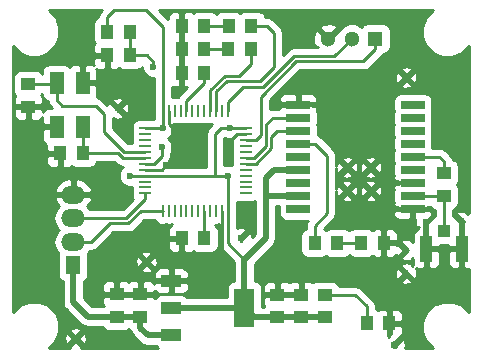
<source format=gbr>
G04 #@! TF.FileFunction,Copper,L1,Top,Signal*
%FSLAX46Y46*%
G04 Gerber Fmt 4.6, Leading zero omitted, Abs format (unit mm)*
G04 Created by KiCad (PCBNEW 4.0.3-stable) date 12/05/16 18:01:04*
%MOMM*%
%LPD*%
G01*
G04 APERTURE LIST*
%ADD10C,0.100000*%
%ADD11C,0.600000*%
%ADD12R,1.140000X1.200000*%
%ADD13R,1.200000X1.140000*%
%ADD14R,1.300000X1.500000*%
%ADD15O,2.000000X1.500000*%
%ADD16R,1.700000X1.000000*%
%ADD17R,1.700000X3.300000*%
%ADD18R,2.000000X0.700000*%
%ADD19R,2.000000X0.800000*%
%ADD20R,1.000000X0.250000*%
%ADD21R,0.250000X1.000000*%
%ADD22R,1.200000X1.900000*%
%ADD23R,1.300000X1.300000*%
%ADD24C,1.300000*%
%ADD25R,1.000000X1.100000*%
%ADD26R,1.050000X2.200000*%
%ADD27C,0.254000*%
%ADD28C,0.508000*%
G04 APERTURE END LIST*
D10*
D11*
X150000000Y-85000000D03*
X163000000Y-94000000D03*
X136000000Y-93500000D03*
X139600000Y-74000000D03*
X142000000Y-87000000D03*
X161000000Y-81000000D03*
X159000000Y-81000000D03*
X164000000Y-86000000D03*
X164000000Y-88000000D03*
X161000000Y-79000000D03*
X159000000Y-79000000D03*
X164000000Y-71400000D03*
X165700000Y-83600000D03*
X168700000Y-83600000D03*
D12*
X145000000Y-67000000D03*
X146900000Y-67000000D03*
D13*
X132000000Y-73850000D03*
X132000000Y-71950000D03*
X141500000Y-91650000D03*
X141500000Y-89750000D03*
X139500000Y-91650000D03*
X139500000Y-89750000D03*
X153100000Y-91700000D03*
X153100000Y-89800000D03*
X155100000Y-91700000D03*
X155100000Y-89800000D03*
D12*
X134700000Y-77800000D03*
X136600000Y-77800000D03*
X138700000Y-69500000D03*
X140600000Y-69500000D03*
X162550000Y-92200000D03*
X160650000Y-92200000D03*
X162100000Y-85400000D03*
X160200000Y-85400000D03*
D13*
X167200000Y-79500000D03*
X167200000Y-81400000D03*
D14*
X135800000Y-87300000D03*
D15*
X135800000Y-85300000D03*
X135800000Y-83300000D03*
X135800000Y-81300000D03*
D13*
X157100000Y-89800000D03*
X157100000Y-91700000D03*
D12*
X145000000Y-71000000D03*
X146900000Y-71000000D03*
X156250000Y-85400000D03*
X158150000Y-85400000D03*
X140600000Y-67500000D03*
X138700000Y-67500000D03*
X146900000Y-85000000D03*
X145000000Y-85000000D03*
X150900000Y-67000000D03*
X149000000Y-67000000D03*
X150850000Y-69000000D03*
X148950000Y-69000000D03*
D16*
X144100000Y-88600000D03*
X144100000Y-90900000D03*
X144100000Y-93200000D03*
D17*
X150300000Y-90900000D03*
D18*
X154850000Y-73700000D03*
D19*
X154850000Y-74800000D03*
X154850000Y-75900000D03*
X154850000Y-77000000D03*
X154850000Y-78100000D03*
X154850000Y-79200000D03*
X154850000Y-80300000D03*
X154850000Y-81400000D03*
D18*
X154850000Y-82500000D03*
X164550000Y-82500000D03*
D19*
X164550000Y-81400000D03*
X164550000Y-80300000D03*
X164550000Y-79200000D03*
X164550000Y-78100000D03*
X164550000Y-77000000D03*
X164550000Y-75900000D03*
X164550000Y-74800000D03*
D18*
X164550000Y-73700000D03*
D20*
X141900000Y-75700000D03*
X141900000Y-76200000D03*
X141900000Y-76700000D03*
X141900000Y-77200000D03*
X141900000Y-77700000D03*
X141900000Y-78200000D03*
X141900000Y-78700000D03*
X141900000Y-79200000D03*
X141900000Y-79700000D03*
X141900000Y-80200000D03*
X141900000Y-80700000D03*
X141900000Y-81200000D03*
D21*
X143400000Y-82700000D03*
X143900000Y-82700000D03*
X144400000Y-82700000D03*
X144900000Y-82700000D03*
X145400000Y-82700000D03*
X145900000Y-82700000D03*
X146400000Y-82700000D03*
X146900000Y-82700000D03*
X147400000Y-82700000D03*
X147900000Y-82700000D03*
X148400000Y-82700000D03*
X148900000Y-82700000D03*
D20*
X150400000Y-81200000D03*
X150400000Y-80700000D03*
X150400000Y-80200000D03*
X150400000Y-79700000D03*
X150400000Y-79200000D03*
X150400000Y-78700000D03*
X150400000Y-78200000D03*
X150400000Y-77700000D03*
X150400000Y-77200000D03*
X150400000Y-76700000D03*
X150400000Y-76200000D03*
X150400000Y-75700000D03*
D21*
X148900000Y-74200000D03*
X148400000Y-74200000D03*
X147900000Y-74200000D03*
X147400000Y-74200000D03*
X146900000Y-74200000D03*
X146400000Y-74200000D03*
X145900000Y-74200000D03*
X145400000Y-74200000D03*
X144900000Y-74200000D03*
X144400000Y-74200000D03*
X143900000Y-74200000D03*
X143400000Y-74200000D03*
D22*
X134400000Y-71850000D03*
X134400000Y-75550000D03*
X136600000Y-75550000D03*
X136600000Y-71850000D03*
D12*
X145000000Y-69000000D03*
X146900000Y-69000000D03*
D23*
X161400000Y-68100000D03*
D24*
X159400000Y-68100000D03*
X157400000Y-68100000D03*
D25*
X167200000Y-84350000D03*
D26*
X168700000Y-85900000D03*
X165700000Y-85900000D03*
D11*
X149000000Y-77300000D03*
X148400000Y-86300000D03*
X145000000Y-72300000D03*
X132400000Y-77800000D03*
X143700000Y-78800000D03*
X140600000Y-79700000D03*
X148900000Y-79700000D03*
X149100000Y-75700000D03*
X143400000Y-75700000D03*
X142600000Y-70500000D03*
X143300000Y-77300000D03*
D27*
X167200000Y-81400000D02*
X167200000Y-84350000D01*
X164550000Y-81400000D02*
X165804000Y-81400000D01*
X165804000Y-81400000D02*
X167200000Y-81400000D01*
D28*
X165700000Y-85900000D02*
X165700000Y-83600000D01*
X168700000Y-85900000D02*
X168700000Y-83600000D01*
D27*
X144200000Y-75604894D02*
X144200000Y-78300000D01*
X144200000Y-78300000D02*
X143700000Y-78800000D01*
X143900000Y-74200000D02*
X143900000Y-75304894D01*
X143900000Y-75304894D02*
X144200000Y-75604894D01*
X149000000Y-76846000D02*
X149000000Y-77300000D01*
X150400000Y-76200000D02*
X149646000Y-76200000D01*
X149646000Y-76200000D02*
X149000000Y-76846000D01*
X148400000Y-83454000D02*
X148400000Y-86300000D01*
X148400000Y-82700000D02*
X148400000Y-83454000D01*
X145000000Y-71854000D02*
X145000000Y-72300000D01*
X145000000Y-71000000D02*
X145000000Y-71854000D01*
X133876000Y-77800000D02*
X132400000Y-77800000D01*
X134700000Y-77800000D02*
X133876000Y-77800000D01*
X143300000Y-79200000D02*
X143700000Y-78800000D01*
X141900000Y-79200000D02*
X143300000Y-79200000D01*
X138400000Y-74500000D02*
X137700000Y-73800000D01*
X137700000Y-73800000D02*
X134900000Y-73800000D01*
X138400000Y-76000000D02*
X138400000Y-74500000D01*
X140100000Y-77700000D02*
X138400000Y-76000000D01*
X141900000Y-77700000D02*
X140100000Y-77700000D01*
X134900000Y-73800000D02*
X134400000Y-73300000D01*
X134400000Y-73300000D02*
X134400000Y-71850000D01*
X132000000Y-71950000D02*
X134300000Y-71950000D01*
X134300000Y-71950000D02*
X134400000Y-71850000D01*
D28*
X141500000Y-91650000D02*
X141500000Y-92600000D01*
X144100000Y-93200000D02*
X142100000Y-93200000D01*
X142100000Y-93200000D02*
X141500000Y-92600000D01*
X139500000Y-91650000D02*
X141500000Y-91650000D01*
X135800000Y-90400000D02*
X137050000Y-91650000D01*
X137050000Y-91650000D02*
X139500000Y-91650000D01*
X135800000Y-87300000D02*
X135800000Y-90400000D01*
D27*
X141900000Y-79700000D02*
X147800000Y-79700000D01*
X147800000Y-79700000D02*
X148900000Y-79700000D01*
X148300000Y-75700000D02*
X147800000Y-76200000D01*
X147800000Y-76200000D02*
X147800000Y-79700000D01*
X149100000Y-75700000D02*
X148300000Y-75700000D01*
X148900000Y-82700000D02*
X148900000Y-85400000D01*
X148900000Y-85400000D02*
X150300000Y-86800000D01*
D28*
X152100000Y-79900000D02*
X152100000Y-81400000D01*
X152100000Y-81400000D02*
X152100000Y-85000000D01*
X154850000Y-81400000D02*
X152100000Y-81400000D01*
X152100000Y-85000000D02*
X150300000Y-86800000D01*
X150300000Y-86800000D02*
X150300000Y-90900000D01*
X152800000Y-79200000D02*
X152100000Y-79900000D01*
X154850000Y-79200000D02*
X152800000Y-79200000D01*
X155100000Y-91700000D02*
X153100000Y-91700000D01*
X153100000Y-91700000D02*
X151100000Y-91700000D01*
X151100000Y-91700000D02*
X150300000Y-90900000D01*
X144100000Y-90900000D02*
X150300000Y-90900000D01*
X155100000Y-91700000D02*
X157100000Y-91700000D01*
D27*
X142000000Y-65700000D02*
X143400000Y-67100000D01*
X143400000Y-67100000D02*
X143400000Y-74200000D01*
X139300000Y-65700000D02*
X142000000Y-65700000D01*
X138700000Y-66300000D02*
X139300000Y-65700000D01*
X138700000Y-67500000D02*
X138700000Y-66300000D01*
X141900000Y-79700000D02*
X140600000Y-79700000D01*
X148900000Y-82700000D02*
X148900000Y-79700000D01*
X150000000Y-75700000D02*
X149100000Y-75700000D01*
X150400000Y-75700000D02*
X150000000Y-75700000D01*
X143400000Y-74200000D02*
X143400000Y-75700000D01*
X141900000Y-75700000D02*
X143400000Y-75700000D01*
X139989330Y-78200000D02*
X139600000Y-77810670D01*
X136600000Y-77800000D02*
X137424000Y-77800000D01*
X137424000Y-77800000D02*
X137434670Y-77810670D01*
X137434670Y-77810670D02*
X139600000Y-77810670D01*
X141900000Y-78200000D02*
X139989330Y-78200000D01*
X136600000Y-77800000D02*
X136600000Y-75550000D01*
X142600000Y-70500000D02*
X142600000Y-70075736D01*
X142600000Y-70075736D02*
X142024264Y-69500000D01*
X142024264Y-69500000D02*
X141424000Y-69500000D01*
X141424000Y-69500000D02*
X140600000Y-69500000D01*
X143300000Y-78054000D02*
X143300000Y-77300000D01*
X141900000Y-78700000D02*
X142654000Y-78700000D01*
X142654000Y-78700000D02*
X143300000Y-78054000D01*
X140600000Y-67500000D02*
X140600000Y-69500000D01*
X159700000Y-89800000D02*
X160650000Y-90750000D01*
X160650000Y-90750000D02*
X160650000Y-92200000D01*
X157100000Y-89800000D02*
X159700000Y-89800000D01*
X158150000Y-85400000D02*
X160200000Y-85400000D01*
X149000000Y-67000000D02*
X146950000Y-67000000D01*
X148950000Y-69000000D02*
X146950000Y-69000000D01*
X164550000Y-78100000D02*
X166800000Y-78100000D01*
X167200000Y-79500000D02*
X167200000Y-78500000D01*
X167200000Y-78500000D02*
X166800000Y-78100000D01*
X140300000Y-83300000D02*
X141900000Y-81700000D01*
X141900000Y-81700000D02*
X141900000Y-81200000D01*
X135800000Y-83300000D02*
X140300000Y-83300000D01*
X135800000Y-85300000D02*
X137331810Y-85300000D01*
X137331810Y-85300000D02*
X138900000Y-83731810D01*
X138900000Y-83731810D02*
X140478861Y-83731810D01*
X140478861Y-83731810D02*
X141510670Y-82700000D01*
X141510670Y-82700000D02*
X143400000Y-82700000D01*
X146900000Y-71000000D02*
X146900000Y-71854000D01*
X146900000Y-71854000D02*
X145400000Y-73354000D01*
X145400000Y-73354000D02*
X145400000Y-73446000D01*
X145400000Y-73446000D02*
X145400000Y-74200000D01*
X157300000Y-78000000D02*
X156300000Y-77000000D01*
X156300000Y-77000000D02*
X154850000Y-77000000D01*
X157300000Y-82900000D02*
X157300000Y-78000000D01*
X156250000Y-83950000D02*
X157300000Y-82900000D01*
X156250000Y-85400000D02*
X156250000Y-83950000D01*
X146900000Y-85000000D02*
X146900000Y-82700000D01*
X150900000Y-67000000D02*
X152200000Y-67000000D01*
X152800000Y-67600000D02*
X152800000Y-70500000D01*
X152800000Y-70500000D02*
X151639330Y-71660670D01*
X152200000Y-67000000D02*
X152800000Y-67600000D01*
X151639330Y-71660670D02*
X148800000Y-71660670D01*
X148800000Y-71660670D02*
X147900000Y-72560670D01*
X147900000Y-72560670D02*
X147900000Y-74200000D01*
X150850000Y-69000000D02*
X150850000Y-70250000D01*
X150850000Y-70250000D02*
X149871140Y-71228860D01*
X147400000Y-72450000D02*
X147400000Y-74200000D01*
X149871140Y-71228860D02*
X148621140Y-71228860D01*
X148621140Y-71228860D02*
X147400000Y-72450000D01*
X154850000Y-74800000D02*
X152700000Y-74800000D01*
X152700000Y-74800000D02*
X152131810Y-75368190D01*
X152131810Y-75368190D02*
X152131810Y-77222190D01*
X152131810Y-77222190D02*
X151154000Y-78200000D01*
X151154000Y-78200000D02*
X150400000Y-78200000D01*
X154850000Y-75900000D02*
X153100000Y-75900000D01*
X153100000Y-75900000D02*
X152563620Y-76436380D01*
X152563620Y-77401051D02*
X151264670Y-78700000D01*
X152563620Y-76436380D02*
X152563620Y-77401051D01*
X151264670Y-78700000D02*
X151154000Y-78700000D01*
X151154000Y-78700000D02*
X150400000Y-78700000D01*
X150400000Y-76700000D02*
X151300000Y-76700000D01*
X151300000Y-76700000D02*
X151700000Y-76300000D01*
X151700000Y-76300000D02*
X151700000Y-73010670D01*
X151700000Y-73010670D02*
X154678860Y-70031810D01*
X154678860Y-70031810D02*
X158600000Y-70031810D01*
X160372190Y-70031810D02*
X158600000Y-70031810D01*
X158600000Y-70031810D02*
X159000000Y-70031810D01*
X161400000Y-68100000D02*
X161400000Y-69004000D01*
X161400000Y-69004000D02*
X160372190Y-70031810D01*
X159000000Y-70031810D02*
X160268190Y-70031810D01*
X160372190Y-70031810D02*
X159000000Y-70031810D01*
X159400000Y-68100000D02*
X157900000Y-69600000D01*
X157900000Y-69600000D02*
X154500000Y-69600000D01*
X154500000Y-69600000D02*
X151900000Y-72200000D01*
X151900000Y-72200000D02*
X150146000Y-72200000D01*
X150146000Y-72200000D02*
X148900000Y-73446000D01*
X148900000Y-73446000D02*
X148900000Y-74200000D01*
G36*
X138161185Y-65761185D02*
X137996004Y-66008395D01*
X137940338Y-66288247D01*
X137894683Y-66296838D01*
X137678559Y-66435910D01*
X137533569Y-66648110D01*
X137482560Y-66900000D01*
X137482560Y-68100000D01*
X137526838Y-68335317D01*
X137632482Y-68499492D01*
X137591673Y-68540301D01*
X137495000Y-68773690D01*
X137495000Y-69214250D01*
X137653750Y-69373000D01*
X138573000Y-69373000D01*
X138573000Y-69353000D01*
X138827000Y-69353000D01*
X138827000Y-69373000D01*
X138847000Y-69373000D01*
X138847000Y-69627000D01*
X138827000Y-69627000D01*
X138827000Y-70576250D01*
X138985750Y-70735000D01*
X139396309Y-70735000D01*
X139629698Y-70638327D01*
X139655423Y-70612602D01*
X139778110Y-70696431D01*
X140030000Y-70747440D01*
X141170000Y-70747440D01*
X141405317Y-70703162D01*
X141621441Y-70564090D01*
X141664999Y-70500341D01*
X141664838Y-70685167D01*
X141806883Y-71028943D01*
X142069673Y-71292192D01*
X142413201Y-71434838D01*
X142638000Y-71435034D01*
X142638000Y-73648446D01*
X142627560Y-73700000D01*
X142627560Y-74700000D01*
X142638000Y-74755484D01*
X142638000Y-74938000D01*
X142451554Y-74938000D01*
X142400000Y-74927560D01*
X141400000Y-74927560D01*
X141164683Y-74971838D01*
X140948559Y-75110910D01*
X140803569Y-75323110D01*
X140752560Y-75575000D01*
X140752560Y-75825000D01*
X140776944Y-75954589D01*
X140752560Y-76075000D01*
X140752560Y-76325000D01*
X140776944Y-76454589D01*
X140752560Y-76575000D01*
X140752560Y-76825000D01*
X140773822Y-76938000D01*
X140415630Y-76938000D01*
X139162000Y-75684370D01*
X139162000Y-74843517D01*
X139502927Y-74948363D01*
X139873239Y-74913322D01*
X140052607Y-74839025D01*
X140064819Y-74644424D01*
X139600000Y-74179605D01*
X139585858Y-74193748D01*
X139406253Y-74014143D01*
X139420395Y-74000000D01*
X139779605Y-74000000D01*
X140244424Y-74464819D01*
X140439025Y-74452607D01*
X140548363Y-74097073D01*
X140513322Y-73726761D01*
X140439025Y-73547393D01*
X140244424Y-73535181D01*
X139779605Y-74000000D01*
X139420395Y-74000000D01*
X138955576Y-73535181D01*
X138760975Y-73547393D01*
X138705479Y-73727849D01*
X138333206Y-73355576D01*
X139135181Y-73355576D01*
X139600000Y-73820395D01*
X140064819Y-73355576D01*
X140052607Y-73160975D01*
X139697073Y-73051637D01*
X139326761Y-73086678D01*
X139147393Y-73160975D01*
X139135181Y-73355576D01*
X138333206Y-73355576D01*
X138238815Y-73261185D01*
X138089885Y-73161673D01*
X137991605Y-73096004D01*
X137781982Y-73054307D01*
X137835000Y-72926310D01*
X137835000Y-72135750D01*
X137676250Y-71977000D01*
X136727000Y-71977000D01*
X136727000Y-71997000D01*
X136473000Y-71997000D01*
X136473000Y-71977000D01*
X136453000Y-71977000D01*
X136453000Y-71723000D01*
X136473000Y-71723000D01*
X136473000Y-70423750D01*
X136727000Y-70423750D01*
X136727000Y-71723000D01*
X137676250Y-71723000D01*
X137835000Y-71564250D01*
X137835000Y-70773690D01*
X137780718Y-70642641D01*
X138003691Y-70735000D01*
X138414250Y-70735000D01*
X138573000Y-70576250D01*
X138573000Y-69627000D01*
X137653750Y-69627000D01*
X137495000Y-69785750D01*
X137495000Y-70226310D01*
X137549282Y-70357359D01*
X137326309Y-70265000D01*
X136885750Y-70265000D01*
X136727000Y-70423750D01*
X136473000Y-70423750D01*
X136314250Y-70265000D01*
X135873691Y-70265000D01*
X135640302Y-70361673D01*
X135499064Y-70502910D01*
X135464090Y-70448559D01*
X135251890Y-70303569D01*
X135000000Y-70252560D01*
X133800000Y-70252560D01*
X133564683Y-70296838D01*
X133348559Y-70435910D01*
X133203569Y-70648110D01*
X133152560Y-70900000D01*
X133152560Y-71066045D01*
X133064090Y-70928559D01*
X132851890Y-70783569D01*
X132600000Y-70732560D01*
X131400000Y-70732560D01*
X131164683Y-70776838D01*
X130948559Y-70915910D01*
X130803569Y-71128110D01*
X130752560Y-71380000D01*
X130752560Y-72520000D01*
X130796838Y-72755317D01*
X130886821Y-72895154D01*
X130861673Y-72920302D01*
X130765000Y-73153691D01*
X130765000Y-73564250D01*
X130923750Y-73723000D01*
X131873000Y-73723000D01*
X131873000Y-73703000D01*
X132127000Y-73703000D01*
X132127000Y-73723000D01*
X133076250Y-73723000D01*
X133235000Y-73564250D01*
X133235000Y-73153691D01*
X133138327Y-72920302D01*
X133112602Y-72894577D01*
X133157886Y-72828303D01*
X133196838Y-73035317D01*
X133335910Y-73251441D01*
X133548110Y-73396431D01*
X133661759Y-73419446D01*
X133696004Y-73591605D01*
X133803551Y-73752560D01*
X133861185Y-73838815D01*
X133987370Y-73965000D01*
X133673691Y-73965000D01*
X133440302Y-74061673D01*
X133261673Y-74240301D01*
X133235000Y-74304695D01*
X133235000Y-74135750D01*
X133076250Y-73977000D01*
X132127000Y-73977000D01*
X132127000Y-74896250D01*
X132285750Y-75055000D01*
X132726310Y-75055000D01*
X132959699Y-74958327D01*
X133138327Y-74779698D01*
X133165000Y-74715304D01*
X133165000Y-75264250D01*
X133323750Y-75423000D01*
X134273000Y-75423000D01*
X134273000Y-75403000D01*
X134527000Y-75403000D01*
X134527000Y-75423000D01*
X134547000Y-75423000D01*
X134547000Y-75677000D01*
X134527000Y-75677000D01*
X134527000Y-75697000D01*
X134273000Y-75697000D01*
X134273000Y-75677000D01*
X133323750Y-75677000D01*
X133165000Y-75835750D01*
X133165000Y-76626310D01*
X133261673Y-76859699D01*
X133440302Y-77038327D01*
X133499492Y-77062844D01*
X133495000Y-77073690D01*
X133495000Y-77514250D01*
X133653750Y-77673000D01*
X134573000Y-77673000D01*
X134573000Y-77653000D01*
X134827000Y-77653000D01*
X134827000Y-77673000D01*
X134847000Y-77673000D01*
X134847000Y-77927000D01*
X134827000Y-77927000D01*
X134827000Y-78876250D01*
X134985750Y-79035000D01*
X135396309Y-79035000D01*
X135629698Y-78938327D01*
X135655423Y-78912602D01*
X135778110Y-78996431D01*
X136030000Y-79047440D01*
X137170000Y-79047440D01*
X137405317Y-79003162D01*
X137621441Y-78864090D01*
X137766431Y-78651890D01*
X137782473Y-78572670D01*
X139284369Y-78572670D01*
X139450515Y-78738816D01*
X139598707Y-78837834D01*
X139697725Y-78903996D01*
X139989330Y-78962000D01*
X140015844Y-78962000D01*
X139807808Y-79169673D01*
X139665162Y-79513201D01*
X139664838Y-79885167D01*
X139806883Y-80228943D01*
X140069673Y-80492192D01*
X140413201Y-80634838D01*
X140752560Y-80635134D01*
X140752560Y-80825000D01*
X140776944Y-80954589D01*
X140752560Y-81075000D01*
X140752560Y-81325000D01*
X140796838Y-81560317D01*
X140861525Y-81660844D01*
X139984370Y-82538000D01*
X137206599Y-82538000D01*
X137061375Y-82320657D01*
X137011546Y-82287362D01*
X137102736Y-82216894D01*
X137373481Y-81744235D01*
X137392318Y-81641185D01*
X137269656Y-81427000D01*
X135927000Y-81427000D01*
X135927000Y-81447000D01*
X135673000Y-81447000D01*
X135673000Y-81427000D01*
X134330344Y-81427000D01*
X134207682Y-81641185D01*
X134226519Y-81744235D01*
X134497264Y-82216894D01*
X134588454Y-82287362D01*
X134538625Y-82320657D01*
X134238395Y-82769983D01*
X134132968Y-83300000D01*
X134238395Y-83830017D01*
X134538625Y-84279343D01*
X134569540Y-84300000D01*
X134538625Y-84320657D01*
X134238395Y-84769983D01*
X134132968Y-85300000D01*
X134238395Y-85830017D01*
X134538625Y-86279343D01*
X134557689Y-86292081D01*
X134553569Y-86298110D01*
X134502560Y-86550000D01*
X134502560Y-88050000D01*
X134546838Y-88285317D01*
X134685910Y-88501441D01*
X134898110Y-88646431D01*
X134911000Y-88649041D01*
X134911000Y-90400000D01*
X134978671Y-90740206D01*
X135150147Y-90996838D01*
X135171382Y-91028618D01*
X136421382Y-92278618D01*
X136709794Y-92471329D01*
X137050000Y-92539000D01*
X138350687Y-92539000D01*
X138435910Y-92671441D01*
X138648110Y-92816431D01*
X138900000Y-92867440D01*
X140100000Y-92867440D01*
X140335317Y-92823162D01*
X140501477Y-92716241D01*
X140648110Y-92816431D01*
X140654300Y-92817685D01*
X140678671Y-92940206D01*
X140852260Y-93200000D01*
X140871382Y-93228618D01*
X141471382Y-93828618D01*
X141759794Y-94021329D01*
X142100000Y-94089000D01*
X142745730Y-94089000D01*
X142785910Y-94151441D01*
X142988698Y-94290000D01*
X136455684Y-94290000D01*
X136464819Y-94144424D01*
X136000000Y-93679605D01*
X135535181Y-94144424D01*
X135544316Y-94290000D01*
X133728857Y-94290000D01*
X134308909Y-93710959D01*
X134436815Y-93402927D01*
X135051637Y-93402927D01*
X135086678Y-93773239D01*
X135160975Y-93952607D01*
X135355576Y-93964819D01*
X135820395Y-93500000D01*
X136179605Y-93500000D01*
X136644424Y-93964819D01*
X136839025Y-93952607D01*
X136948363Y-93597073D01*
X136913322Y-93226761D01*
X136839025Y-93047393D01*
X136644424Y-93035181D01*
X136179605Y-93500000D01*
X135820395Y-93500000D01*
X135355576Y-93035181D01*
X135160975Y-93047393D01*
X135051637Y-93402927D01*
X134436815Y-93402927D01*
X134634628Y-92926541D01*
X134634689Y-92855576D01*
X135535181Y-92855576D01*
X136000000Y-93320395D01*
X136464819Y-92855576D01*
X136452607Y-92660975D01*
X136097073Y-92551637D01*
X135726761Y-92586678D01*
X135547393Y-92660975D01*
X135535181Y-92855576D01*
X134634689Y-92855576D01*
X134635370Y-92077185D01*
X134311020Y-91292200D01*
X133710959Y-90691091D01*
X132926541Y-90365372D01*
X132077185Y-90364630D01*
X131292200Y-90688980D01*
X130710000Y-91270165D01*
X130710000Y-80958815D01*
X134207682Y-80958815D01*
X134330344Y-81173000D01*
X135673000Y-81173000D01*
X135673000Y-80068132D01*
X135927000Y-80068132D01*
X135927000Y-81173000D01*
X137269656Y-81173000D01*
X137392318Y-80958815D01*
X137373481Y-80855765D01*
X137102736Y-80383106D01*
X136671721Y-80050036D01*
X136146055Y-79907261D01*
X135927000Y-80068132D01*
X135673000Y-80068132D01*
X135453945Y-79907261D01*
X134928279Y-80050036D01*
X134497264Y-80383106D01*
X134226519Y-80855765D01*
X134207682Y-80958815D01*
X130710000Y-80958815D01*
X130710000Y-78085750D01*
X133495000Y-78085750D01*
X133495000Y-78526310D01*
X133591673Y-78759699D01*
X133770302Y-78938327D01*
X134003691Y-79035000D01*
X134414250Y-79035000D01*
X134573000Y-78876250D01*
X134573000Y-77927000D01*
X133653750Y-77927000D01*
X133495000Y-78085750D01*
X130710000Y-78085750D01*
X130710000Y-74135750D01*
X130765000Y-74135750D01*
X130765000Y-74546309D01*
X130861673Y-74779698D01*
X131040301Y-74958327D01*
X131273690Y-75055000D01*
X131714250Y-75055000D01*
X131873000Y-74896250D01*
X131873000Y-73977000D01*
X130923750Y-73977000D01*
X130765000Y-74135750D01*
X130710000Y-74135750D01*
X130710000Y-68728857D01*
X131289041Y-69308909D01*
X132073459Y-69634628D01*
X132922815Y-69635370D01*
X133707800Y-69311020D01*
X134308909Y-68710959D01*
X134634628Y-67926541D01*
X134635370Y-67077185D01*
X134311020Y-66292200D01*
X133729835Y-65710000D01*
X138212370Y-65710000D01*
X138161185Y-65761185D01*
X138161185Y-65761185D01*
G37*
X138161185Y-65761185D02*
X137996004Y-66008395D01*
X137940338Y-66288247D01*
X137894683Y-66296838D01*
X137678559Y-66435910D01*
X137533569Y-66648110D01*
X137482560Y-66900000D01*
X137482560Y-68100000D01*
X137526838Y-68335317D01*
X137632482Y-68499492D01*
X137591673Y-68540301D01*
X137495000Y-68773690D01*
X137495000Y-69214250D01*
X137653750Y-69373000D01*
X138573000Y-69373000D01*
X138573000Y-69353000D01*
X138827000Y-69353000D01*
X138827000Y-69373000D01*
X138847000Y-69373000D01*
X138847000Y-69627000D01*
X138827000Y-69627000D01*
X138827000Y-70576250D01*
X138985750Y-70735000D01*
X139396309Y-70735000D01*
X139629698Y-70638327D01*
X139655423Y-70612602D01*
X139778110Y-70696431D01*
X140030000Y-70747440D01*
X141170000Y-70747440D01*
X141405317Y-70703162D01*
X141621441Y-70564090D01*
X141664999Y-70500341D01*
X141664838Y-70685167D01*
X141806883Y-71028943D01*
X142069673Y-71292192D01*
X142413201Y-71434838D01*
X142638000Y-71435034D01*
X142638000Y-73648446D01*
X142627560Y-73700000D01*
X142627560Y-74700000D01*
X142638000Y-74755484D01*
X142638000Y-74938000D01*
X142451554Y-74938000D01*
X142400000Y-74927560D01*
X141400000Y-74927560D01*
X141164683Y-74971838D01*
X140948559Y-75110910D01*
X140803569Y-75323110D01*
X140752560Y-75575000D01*
X140752560Y-75825000D01*
X140776944Y-75954589D01*
X140752560Y-76075000D01*
X140752560Y-76325000D01*
X140776944Y-76454589D01*
X140752560Y-76575000D01*
X140752560Y-76825000D01*
X140773822Y-76938000D01*
X140415630Y-76938000D01*
X139162000Y-75684370D01*
X139162000Y-74843517D01*
X139502927Y-74948363D01*
X139873239Y-74913322D01*
X140052607Y-74839025D01*
X140064819Y-74644424D01*
X139600000Y-74179605D01*
X139585858Y-74193748D01*
X139406253Y-74014143D01*
X139420395Y-74000000D01*
X139779605Y-74000000D01*
X140244424Y-74464819D01*
X140439025Y-74452607D01*
X140548363Y-74097073D01*
X140513322Y-73726761D01*
X140439025Y-73547393D01*
X140244424Y-73535181D01*
X139779605Y-74000000D01*
X139420395Y-74000000D01*
X138955576Y-73535181D01*
X138760975Y-73547393D01*
X138705479Y-73727849D01*
X138333206Y-73355576D01*
X139135181Y-73355576D01*
X139600000Y-73820395D01*
X140064819Y-73355576D01*
X140052607Y-73160975D01*
X139697073Y-73051637D01*
X139326761Y-73086678D01*
X139147393Y-73160975D01*
X139135181Y-73355576D01*
X138333206Y-73355576D01*
X138238815Y-73261185D01*
X138089885Y-73161673D01*
X137991605Y-73096004D01*
X137781982Y-73054307D01*
X137835000Y-72926310D01*
X137835000Y-72135750D01*
X137676250Y-71977000D01*
X136727000Y-71977000D01*
X136727000Y-71997000D01*
X136473000Y-71997000D01*
X136473000Y-71977000D01*
X136453000Y-71977000D01*
X136453000Y-71723000D01*
X136473000Y-71723000D01*
X136473000Y-70423750D01*
X136727000Y-70423750D01*
X136727000Y-71723000D01*
X137676250Y-71723000D01*
X137835000Y-71564250D01*
X137835000Y-70773690D01*
X137780718Y-70642641D01*
X138003691Y-70735000D01*
X138414250Y-70735000D01*
X138573000Y-70576250D01*
X138573000Y-69627000D01*
X137653750Y-69627000D01*
X137495000Y-69785750D01*
X137495000Y-70226310D01*
X137549282Y-70357359D01*
X137326309Y-70265000D01*
X136885750Y-70265000D01*
X136727000Y-70423750D01*
X136473000Y-70423750D01*
X136314250Y-70265000D01*
X135873691Y-70265000D01*
X135640302Y-70361673D01*
X135499064Y-70502910D01*
X135464090Y-70448559D01*
X135251890Y-70303569D01*
X135000000Y-70252560D01*
X133800000Y-70252560D01*
X133564683Y-70296838D01*
X133348559Y-70435910D01*
X133203569Y-70648110D01*
X133152560Y-70900000D01*
X133152560Y-71066045D01*
X133064090Y-70928559D01*
X132851890Y-70783569D01*
X132600000Y-70732560D01*
X131400000Y-70732560D01*
X131164683Y-70776838D01*
X130948559Y-70915910D01*
X130803569Y-71128110D01*
X130752560Y-71380000D01*
X130752560Y-72520000D01*
X130796838Y-72755317D01*
X130886821Y-72895154D01*
X130861673Y-72920302D01*
X130765000Y-73153691D01*
X130765000Y-73564250D01*
X130923750Y-73723000D01*
X131873000Y-73723000D01*
X131873000Y-73703000D01*
X132127000Y-73703000D01*
X132127000Y-73723000D01*
X133076250Y-73723000D01*
X133235000Y-73564250D01*
X133235000Y-73153691D01*
X133138327Y-72920302D01*
X133112602Y-72894577D01*
X133157886Y-72828303D01*
X133196838Y-73035317D01*
X133335910Y-73251441D01*
X133548110Y-73396431D01*
X133661759Y-73419446D01*
X133696004Y-73591605D01*
X133803551Y-73752560D01*
X133861185Y-73838815D01*
X133987370Y-73965000D01*
X133673691Y-73965000D01*
X133440302Y-74061673D01*
X133261673Y-74240301D01*
X133235000Y-74304695D01*
X133235000Y-74135750D01*
X133076250Y-73977000D01*
X132127000Y-73977000D01*
X132127000Y-74896250D01*
X132285750Y-75055000D01*
X132726310Y-75055000D01*
X132959699Y-74958327D01*
X133138327Y-74779698D01*
X133165000Y-74715304D01*
X133165000Y-75264250D01*
X133323750Y-75423000D01*
X134273000Y-75423000D01*
X134273000Y-75403000D01*
X134527000Y-75403000D01*
X134527000Y-75423000D01*
X134547000Y-75423000D01*
X134547000Y-75677000D01*
X134527000Y-75677000D01*
X134527000Y-75697000D01*
X134273000Y-75697000D01*
X134273000Y-75677000D01*
X133323750Y-75677000D01*
X133165000Y-75835750D01*
X133165000Y-76626310D01*
X133261673Y-76859699D01*
X133440302Y-77038327D01*
X133499492Y-77062844D01*
X133495000Y-77073690D01*
X133495000Y-77514250D01*
X133653750Y-77673000D01*
X134573000Y-77673000D01*
X134573000Y-77653000D01*
X134827000Y-77653000D01*
X134827000Y-77673000D01*
X134847000Y-77673000D01*
X134847000Y-77927000D01*
X134827000Y-77927000D01*
X134827000Y-78876250D01*
X134985750Y-79035000D01*
X135396309Y-79035000D01*
X135629698Y-78938327D01*
X135655423Y-78912602D01*
X135778110Y-78996431D01*
X136030000Y-79047440D01*
X137170000Y-79047440D01*
X137405317Y-79003162D01*
X137621441Y-78864090D01*
X137766431Y-78651890D01*
X137782473Y-78572670D01*
X139284369Y-78572670D01*
X139450515Y-78738816D01*
X139598707Y-78837834D01*
X139697725Y-78903996D01*
X139989330Y-78962000D01*
X140015844Y-78962000D01*
X139807808Y-79169673D01*
X139665162Y-79513201D01*
X139664838Y-79885167D01*
X139806883Y-80228943D01*
X140069673Y-80492192D01*
X140413201Y-80634838D01*
X140752560Y-80635134D01*
X140752560Y-80825000D01*
X140776944Y-80954589D01*
X140752560Y-81075000D01*
X140752560Y-81325000D01*
X140796838Y-81560317D01*
X140861525Y-81660844D01*
X139984370Y-82538000D01*
X137206599Y-82538000D01*
X137061375Y-82320657D01*
X137011546Y-82287362D01*
X137102736Y-82216894D01*
X137373481Y-81744235D01*
X137392318Y-81641185D01*
X137269656Y-81427000D01*
X135927000Y-81427000D01*
X135927000Y-81447000D01*
X135673000Y-81447000D01*
X135673000Y-81427000D01*
X134330344Y-81427000D01*
X134207682Y-81641185D01*
X134226519Y-81744235D01*
X134497264Y-82216894D01*
X134588454Y-82287362D01*
X134538625Y-82320657D01*
X134238395Y-82769983D01*
X134132968Y-83300000D01*
X134238395Y-83830017D01*
X134538625Y-84279343D01*
X134569540Y-84300000D01*
X134538625Y-84320657D01*
X134238395Y-84769983D01*
X134132968Y-85300000D01*
X134238395Y-85830017D01*
X134538625Y-86279343D01*
X134557689Y-86292081D01*
X134553569Y-86298110D01*
X134502560Y-86550000D01*
X134502560Y-88050000D01*
X134546838Y-88285317D01*
X134685910Y-88501441D01*
X134898110Y-88646431D01*
X134911000Y-88649041D01*
X134911000Y-90400000D01*
X134978671Y-90740206D01*
X135150147Y-90996838D01*
X135171382Y-91028618D01*
X136421382Y-92278618D01*
X136709794Y-92471329D01*
X137050000Y-92539000D01*
X138350687Y-92539000D01*
X138435910Y-92671441D01*
X138648110Y-92816431D01*
X138900000Y-92867440D01*
X140100000Y-92867440D01*
X140335317Y-92823162D01*
X140501477Y-92716241D01*
X140648110Y-92816431D01*
X140654300Y-92817685D01*
X140678671Y-92940206D01*
X140852260Y-93200000D01*
X140871382Y-93228618D01*
X141471382Y-93828618D01*
X141759794Y-94021329D01*
X142100000Y-94089000D01*
X142745730Y-94089000D01*
X142785910Y-94151441D01*
X142988698Y-94290000D01*
X136455684Y-94290000D01*
X136464819Y-94144424D01*
X136000000Y-93679605D01*
X135535181Y-94144424D01*
X135544316Y-94290000D01*
X133728857Y-94290000D01*
X134308909Y-93710959D01*
X134436815Y-93402927D01*
X135051637Y-93402927D01*
X135086678Y-93773239D01*
X135160975Y-93952607D01*
X135355576Y-93964819D01*
X135820395Y-93500000D01*
X136179605Y-93500000D01*
X136644424Y-93964819D01*
X136839025Y-93952607D01*
X136948363Y-93597073D01*
X136913322Y-93226761D01*
X136839025Y-93047393D01*
X136644424Y-93035181D01*
X136179605Y-93500000D01*
X135820395Y-93500000D01*
X135355576Y-93035181D01*
X135160975Y-93047393D01*
X135051637Y-93402927D01*
X134436815Y-93402927D01*
X134634628Y-92926541D01*
X134634689Y-92855576D01*
X135535181Y-92855576D01*
X136000000Y-93320395D01*
X136464819Y-92855576D01*
X136452607Y-92660975D01*
X136097073Y-92551637D01*
X135726761Y-92586678D01*
X135547393Y-92660975D01*
X135535181Y-92855576D01*
X134634689Y-92855576D01*
X134635370Y-92077185D01*
X134311020Y-91292200D01*
X133710959Y-90691091D01*
X132926541Y-90365372D01*
X132077185Y-90364630D01*
X131292200Y-90688980D01*
X130710000Y-91270165D01*
X130710000Y-80958815D01*
X134207682Y-80958815D01*
X134330344Y-81173000D01*
X135673000Y-81173000D01*
X135673000Y-80068132D01*
X135927000Y-80068132D01*
X135927000Y-81173000D01*
X137269656Y-81173000D01*
X137392318Y-80958815D01*
X137373481Y-80855765D01*
X137102736Y-80383106D01*
X136671721Y-80050036D01*
X136146055Y-79907261D01*
X135927000Y-80068132D01*
X135673000Y-80068132D01*
X135453945Y-79907261D01*
X134928279Y-80050036D01*
X134497264Y-80383106D01*
X134226519Y-80855765D01*
X134207682Y-80958815D01*
X130710000Y-80958815D01*
X130710000Y-78085750D01*
X133495000Y-78085750D01*
X133495000Y-78526310D01*
X133591673Y-78759699D01*
X133770302Y-78938327D01*
X134003691Y-79035000D01*
X134414250Y-79035000D01*
X134573000Y-78876250D01*
X134573000Y-77927000D01*
X133653750Y-77927000D01*
X133495000Y-78085750D01*
X130710000Y-78085750D01*
X130710000Y-74135750D01*
X130765000Y-74135750D01*
X130765000Y-74546309D01*
X130861673Y-74779698D01*
X131040301Y-74958327D01*
X131273690Y-75055000D01*
X131714250Y-75055000D01*
X131873000Y-74896250D01*
X131873000Y-73977000D01*
X130923750Y-73977000D01*
X130765000Y-74135750D01*
X130710000Y-74135750D01*
X130710000Y-68728857D01*
X131289041Y-69308909D01*
X132073459Y-69634628D01*
X132922815Y-69635370D01*
X133707800Y-69311020D01*
X134308909Y-68710959D01*
X134634628Y-67926541D01*
X134635370Y-67077185D01*
X134311020Y-66292200D01*
X133729835Y-65710000D01*
X138212370Y-65710000D01*
X138161185Y-65761185D01*
G36*
X165691091Y-66289041D02*
X165365372Y-67073459D01*
X165364630Y-67922815D01*
X165688980Y-68707800D01*
X166289041Y-69308909D01*
X167073459Y-69634628D01*
X167922815Y-69635370D01*
X168707800Y-69311020D01*
X169290000Y-68729835D01*
X169290000Y-82845324D01*
X169282534Y-82837858D01*
X169164819Y-82955573D01*
X169152607Y-82760975D01*
X168797073Y-82651637D01*
X168426761Y-82686678D01*
X168247393Y-82760975D01*
X168235181Y-82955576D01*
X168700000Y-83420395D01*
X168714143Y-83406253D01*
X168893748Y-83585858D01*
X168879605Y-83600000D01*
X168893748Y-83614143D01*
X168714143Y-83793748D01*
X168700000Y-83779605D01*
X168685858Y-83793748D01*
X168506253Y-83614143D01*
X168520395Y-83600000D01*
X168055576Y-83135181D01*
X167962000Y-83141053D01*
X167962000Y-82586958D01*
X168035317Y-82573162D01*
X168251441Y-82434090D01*
X168396431Y-82221890D01*
X168447440Y-81970000D01*
X168447440Y-80830000D01*
X168403162Y-80594683D01*
X168309497Y-80449123D01*
X168396431Y-80321890D01*
X168447440Y-80070000D01*
X168447440Y-78930000D01*
X168403162Y-78694683D01*
X168264090Y-78478559D01*
X168051890Y-78333569D01*
X167923732Y-78307616D01*
X167903996Y-78208395D01*
X167847310Y-78123559D01*
X167738815Y-77961184D01*
X167338815Y-77561185D01*
X167305336Y-77538815D01*
X167091605Y-77396004D01*
X166800000Y-77338000D01*
X166197440Y-77338000D01*
X166197440Y-76600000D01*
X166168179Y-76444493D01*
X166197440Y-76300000D01*
X166197440Y-75500000D01*
X166168179Y-75344493D01*
X166197440Y-75200000D01*
X166197440Y-74400000D01*
X166163303Y-74218576D01*
X166197440Y-74050000D01*
X166197440Y-73350000D01*
X166153162Y-73114683D01*
X166014090Y-72898559D01*
X165801890Y-72753569D01*
X165550000Y-72702560D01*
X163550000Y-72702560D01*
X163314683Y-72746838D01*
X163098559Y-72885910D01*
X162953569Y-73098110D01*
X162902560Y-73350000D01*
X162902560Y-74050000D01*
X162936697Y-74231424D01*
X162902560Y-74400000D01*
X162902560Y-75200000D01*
X162931821Y-75355507D01*
X162902560Y-75500000D01*
X162902560Y-76300000D01*
X162931821Y-76455507D01*
X162902560Y-76600000D01*
X162902560Y-77400000D01*
X162931821Y-77555507D01*
X162902560Y-77700000D01*
X162902560Y-78500000D01*
X162931821Y-78655507D01*
X162902560Y-78800000D01*
X162902560Y-79600000D01*
X162928919Y-79740086D01*
X162915000Y-79773690D01*
X162915000Y-80014250D01*
X163073750Y-80173000D01*
X163263818Y-80173000D01*
X163298110Y-80196431D01*
X163550000Y-80247440D01*
X164697000Y-80247440D01*
X164697000Y-80352560D01*
X163550000Y-80352560D01*
X163314683Y-80396838D01*
X163267810Y-80427000D01*
X163073750Y-80427000D01*
X162915000Y-80585750D01*
X162915000Y-80826310D01*
X162930268Y-80863171D01*
X162902560Y-81000000D01*
X162902560Y-81800000D01*
X162935388Y-81974468D01*
X162915000Y-82023690D01*
X162915000Y-82214250D01*
X163073750Y-82373000D01*
X163263818Y-82373000D01*
X163298110Y-82396431D01*
X163550000Y-82447440D01*
X165550000Y-82447440D01*
X165785317Y-82403162D01*
X165832190Y-82373000D01*
X166026250Y-82373000D01*
X166074008Y-82325242D01*
X166135910Y-82421441D01*
X166348110Y-82566431D01*
X166438000Y-82584634D01*
X166438000Y-83141053D01*
X166344424Y-83135181D01*
X165879605Y-83600000D01*
X165893748Y-83614143D01*
X165714143Y-83793748D01*
X165700000Y-83779605D01*
X165685858Y-83793748D01*
X165506253Y-83614143D01*
X165520395Y-83600000D01*
X165506253Y-83585858D01*
X165607110Y-83485000D01*
X165676309Y-83485000D01*
X165909698Y-83388327D01*
X166088327Y-83209699D01*
X166185000Y-82976310D01*
X166185000Y-82785750D01*
X166026250Y-82627000D01*
X164677000Y-82627000D01*
X164677000Y-83326250D01*
X164775637Y-83424887D01*
X164751637Y-83502927D01*
X164786678Y-83873239D01*
X164860975Y-84052607D01*
X165055573Y-84064819D01*
X164937858Y-84182534D01*
X164957922Y-84202598D01*
X164815302Y-84261673D01*
X164636673Y-84440301D01*
X164540000Y-84673690D01*
X164540000Y-85280392D01*
X164464819Y-85355573D01*
X164452607Y-85160975D01*
X164097073Y-85051637D01*
X163726761Y-85086678D01*
X163547393Y-85160975D01*
X163535181Y-85355576D01*
X164000000Y-85820395D01*
X164014143Y-85806253D01*
X164193748Y-85985858D01*
X164179605Y-86000000D01*
X164193748Y-86014143D01*
X164014143Y-86193748D01*
X164000000Y-86179605D01*
X163535181Y-86644424D01*
X163547393Y-86839025D01*
X163902927Y-86948363D01*
X164273239Y-86913322D01*
X164452607Y-86839025D01*
X164464819Y-86644427D01*
X164540000Y-86719608D01*
X164540000Y-87126310D01*
X164588800Y-87244124D01*
X164582534Y-87237858D01*
X164464819Y-87355573D01*
X164452607Y-87160975D01*
X164097073Y-87051637D01*
X163726761Y-87086678D01*
X163547393Y-87160975D01*
X163535181Y-87355576D01*
X164000000Y-87820395D01*
X164014143Y-87806253D01*
X164193748Y-87985858D01*
X164179605Y-88000000D01*
X164644424Y-88464819D01*
X164839025Y-88452607D01*
X164948363Y-88097073D01*
X164913322Y-87726761D01*
X164839405Y-87548311D01*
X165048691Y-87635000D01*
X165414250Y-87635000D01*
X165573000Y-87476250D01*
X165573000Y-86027000D01*
X165827000Y-86027000D01*
X165827000Y-87476250D01*
X165985750Y-87635000D01*
X166351309Y-87635000D01*
X166584698Y-87538327D01*
X166763327Y-87359699D01*
X166860000Y-87126310D01*
X166860000Y-86185750D01*
X167540000Y-86185750D01*
X167540000Y-87126310D01*
X167636673Y-87359699D01*
X167815302Y-87538327D01*
X168048691Y-87635000D01*
X168414250Y-87635000D01*
X168573000Y-87476250D01*
X168573000Y-86027000D01*
X167698750Y-86027000D01*
X167540000Y-86185750D01*
X166860000Y-86185750D01*
X166701250Y-86027000D01*
X165827000Y-86027000D01*
X165573000Y-86027000D01*
X165553000Y-86027000D01*
X165553000Y-85773000D01*
X165573000Y-85773000D01*
X165573000Y-85753000D01*
X165827000Y-85753000D01*
X165827000Y-85773000D01*
X166701250Y-85773000D01*
X166860000Y-85614250D01*
X166860000Y-85547440D01*
X167540000Y-85547440D01*
X167540000Y-85614250D01*
X167698750Y-85773000D01*
X168573000Y-85773000D01*
X168573000Y-85753000D01*
X168827000Y-85753000D01*
X168827000Y-85773000D01*
X168847000Y-85773000D01*
X168847000Y-86027000D01*
X168827000Y-86027000D01*
X168827000Y-87476250D01*
X168985750Y-87635000D01*
X169290000Y-87635000D01*
X169290000Y-91271143D01*
X168710959Y-90691091D01*
X167926541Y-90365372D01*
X167077185Y-90364630D01*
X166292200Y-90688980D01*
X165691091Y-91289041D01*
X165365372Y-92073459D01*
X165364630Y-92922815D01*
X165688980Y-93707800D01*
X166270165Y-94290000D01*
X163889032Y-94290000D01*
X163948363Y-94097073D01*
X163913322Y-93726761D01*
X163839025Y-93547393D01*
X163644424Y-93535181D01*
X163179605Y-94000000D01*
X163193748Y-94014143D01*
X163014143Y-94193748D01*
X163000000Y-94179605D01*
X162985858Y-94193748D01*
X162806253Y-94014143D01*
X162820395Y-94000000D01*
X162806253Y-93985858D01*
X162985858Y-93806253D01*
X163000000Y-93820395D01*
X163464819Y-93355576D01*
X163464141Y-93344771D01*
X163479698Y-93338327D01*
X163658327Y-93159699D01*
X163755000Y-92926310D01*
X163755000Y-92485750D01*
X163596250Y-92327000D01*
X162677000Y-92327000D01*
X162677000Y-93107290D01*
X162547393Y-93160975D01*
X162535181Y-93355573D01*
X162423000Y-93243392D01*
X162423000Y-92327000D01*
X162403000Y-92327000D01*
X162403000Y-92073000D01*
X162423000Y-92073000D01*
X162423000Y-91123750D01*
X162677000Y-91123750D01*
X162677000Y-92073000D01*
X163596250Y-92073000D01*
X163755000Y-91914250D01*
X163755000Y-91473690D01*
X163658327Y-91240301D01*
X163479698Y-91061673D01*
X163246309Y-90965000D01*
X162835750Y-90965000D01*
X162677000Y-91123750D01*
X162423000Y-91123750D01*
X162264250Y-90965000D01*
X161853691Y-90965000D01*
X161620302Y-91061673D01*
X161594577Y-91087398D01*
X161471890Y-91003569D01*
X161412000Y-90991441D01*
X161412000Y-90750000D01*
X161353996Y-90458395D01*
X161188815Y-90211185D01*
X160238815Y-89261185D01*
X159991605Y-89096004D01*
X159700000Y-89038000D01*
X158311313Y-89038000D01*
X158303162Y-88994683D01*
X158164090Y-88778559D01*
X157967777Y-88644424D01*
X163535181Y-88644424D01*
X163547393Y-88839025D01*
X163902927Y-88948363D01*
X164273239Y-88913322D01*
X164452607Y-88839025D01*
X164464819Y-88644424D01*
X164000000Y-88179605D01*
X163535181Y-88644424D01*
X157967777Y-88644424D01*
X157951890Y-88633569D01*
X157700000Y-88582560D01*
X156500000Y-88582560D01*
X156264683Y-88626838D01*
X156100508Y-88732482D01*
X156059699Y-88691673D01*
X155826310Y-88595000D01*
X155385750Y-88595000D01*
X155227000Y-88753750D01*
X155227000Y-89673000D01*
X155247000Y-89673000D01*
X155247000Y-89927000D01*
X155227000Y-89927000D01*
X155227000Y-89947000D01*
X154973000Y-89947000D01*
X154973000Y-89927000D01*
X153227000Y-89927000D01*
X153227000Y-89947000D01*
X152973000Y-89947000D01*
X152973000Y-89927000D01*
X152023750Y-89927000D01*
X151865000Y-90085750D01*
X151865000Y-90496309D01*
X151961673Y-90729698D01*
X151987398Y-90755423D01*
X151949423Y-90811000D01*
X151797440Y-90811000D01*
X151797440Y-89250000D01*
X151769911Y-89103691D01*
X151865000Y-89103691D01*
X151865000Y-89514250D01*
X152023750Y-89673000D01*
X152973000Y-89673000D01*
X152973000Y-88753750D01*
X153227000Y-88753750D01*
X153227000Y-89673000D01*
X154973000Y-89673000D01*
X154973000Y-88753750D01*
X154814250Y-88595000D01*
X154373690Y-88595000D01*
X154140301Y-88691673D01*
X154100000Y-88731974D01*
X154059699Y-88691673D01*
X153826310Y-88595000D01*
X153385750Y-88595000D01*
X153227000Y-88753750D01*
X152973000Y-88753750D01*
X152814250Y-88595000D01*
X152373690Y-88595000D01*
X152140301Y-88691673D01*
X151961673Y-88870302D01*
X151865000Y-89103691D01*
X151769911Y-89103691D01*
X151753162Y-89014683D01*
X151614090Y-88798559D01*
X151401890Y-88653569D01*
X151189000Y-88610458D01*
X151189000Y-87902927D01*
X163051637Y-87902927D01*
X163086678Y-88273239D01*
X163160975Y-88452607D01*
X163355576Y-88464819D01*
X163820395Y-88000000D01*
X163355576Y-87535181D01*
X163160975Y-87547393D01*
X163051637Y-87902927D01*
X151189000Y-87902927D01*
X151189000Y-87168236D01*
X152728618Y-85628618D01*
X152921329Y-85340206D01*
X152989000Y-85000000D01*
X152989000Y-82289000D01*
X153202560Y-82289000D01*
X153202560Y-82850000D01*
X153246838Y-83085317D01*
X153385910Y-83301441D01*
X153598110Y-83446431D01*
X153850000Y-83497440D01*
X155653551Y-83497440D01*
X155546004Y-83658395D01*
X155488000Y-83950000D01*
X155488000Y-84188687D01*
X155444683Y-84196838D01*
X155228559Y-84335910D01*
X155083569Y-84548110D01*
X155032560Y-84800000D01*
X155032560Y-86000000D01*
X155076838Y-86235317D01*
X155215910Y-86451441D01*
X155428110Y-86596431D01*
X155680000Y-86647440D01*
X156820000Y-86647440D01*
X157055317Y-86603162D01*
X157200877Y-86509497D01*
X157328110Y-86596431D01*
X157580000Y-86647440D01*
X158720000Y-86647440D01*
X158955317Y-86603162D01*
X159171441Y-86464090D01*
X159175573Y-86458043D01*
X159378110Y-86596431D01*
X159630000Y-86647440D01*
X160770000Y-86647440D01*
X161005317Y-86603162D01*
X161145154Y-86513179D01*
X161170302Y-86538327D01*
X161403691Y-86635000D01*
X161814250Y-86635000D01*
X161973000Y-86476250D01*
X161973000Y-85527000D01*
X162227000Y-85527000D01*
X162227000Y-86476250D01*
X162385750Y-86635000D01*
X162796309Y-86635000D01*
X163029698Y-86538327D01*
X163147632Y-86420394D01*
X163160975Y-86452607D01*
X163355576Y-86464819D01*
X163820395Y-86000000D01*
X163355576Y-85535181D01*
X163166308Y-85547058D01*
X163146250Y-85527000D01*
X162227000Y-85527000D01*
X161973000Y-85527000D01*
X161953000Y-85527000D01*
X161953000Y-85273000D01*
X161973000Y-85273000D01*
X161973000Y-84323750D01*
X162227000Y-84323750D01*
X162227000Y-85273000D01*
X163146250Y-85273000D01*
X163305000Y-85114250D01*
X163305000Y-84673690D01*
X163208327Y-84440301D01*
X163029698Y-84261673D01*
X162796309Y-84165000D01*
X162385750Y-84165000D01*
X162227000Y-84323750D01*
X161973000Y-84323750D01*
X161814250Y-84165000D01*
X161403691Y-84165000D01*
X161170302Y-84261673D01*
X161144577Y-84287398D01*
X161021890Y-84203569D01*
X160770000Y-84152560D01*
X159630000Y-84152560D01*
X159394683Y-84196838D01*
X159178559Y-84335910D01*
X159174427Y-84341957D01*
X158971890Y-84203569D01*
X158720000Y-84152560D01*
X157580000Y-84152560D01*
X157344683Y-84196838D01*
X157199123Y-84290503D01*
X157073180Y-84204450D01*
X157838815Y-83438816D01*
X158003996Y-83191605D01*
X158004713Y-83188000D01*
X158062000Y-82900000D01*
X158062000Y-82785750D01*
X162915000Y-82785750D01*
X162915000Y-82976310D01*
X163011673Y-83209699D01*
X163190302Y-83388327D01*
X163423691Y-83485000D01*
X164264250Y-83485000D01*
X164423000Y-83326250D01*
X164423000Y-82627000D01*
X163073750Y-82627000D01*
X162915000Y-82785750D01*
X158062000Y-82785750D01*
X158062000Y-81644424D01*
X158535181Y-81644424D01*
X158547393Y-81839025D01*
X158902927Y-81948363D01*
X159273239Y-81913322D01*
X159452607Y-81839025D01*
X159464819Y-81644424D01*
X160535181Y-81644424D01*
X160547393Y-81839025D01*
X160902927Y-81948363D01*
X161273239Y-81913322D01*
X161452607Y-81839025D01*
X161464819Y-81644424D01*
X161000000Y-81179605D01*
X160535181Y-81644424D01*
X159464819Y-81644424D01*
X159000000Y-81179605D01*
X158535181Y-81644424D01*
X158062000Y-81644424D01*
X158062000Y-81012443D01*
X158086678Y-81273239D01*
X158160975Y-81452607D01*
X158355576Y-81464819D01*
X158820395Y-81000000D01*
X159179605Y-81000000D01*
X159644424Y-81464819D01*
X159839025Y-81452607D01*
X159948363Y-81097073D01*
X159929992Y-80902927D01*
X160051637Y-80902927D01*
X160086678Y-81273239D01*
X160160975Y-81452607D01*
X160355576Y-81464819D01*
X160820395Y-81000000D01*
X161179605Y-81000000D01*
X161644424Y-81464819D01*
X161839025Y-81452607D01*
X161948363Y-81097073D01*
X161913322Y-80726761D01*
X161839025Y-80547393D01*
X161644424Y-80535181D01*
X161179605Y-81000000D01*
X160820395Y-81000000D01*
X160355576Y-80535181D01*
X160160975Y-80547393D01*
X160051637Y-80902927D01*
X159929992Y-80902927D01*
X159913322Y-80726761D01*
X159839025Y-80547393D01*
X159644424Y-80535181D01*
X159179605Y-81000000D01*
X158820395Y-81000000D01*
X158355576Y-80535181D01*
X158160975Y-80547393D01*
X158062000Y-80869230D01*
X158062000Y-80355576D01*
X158535181Y-80355576D01*
X159000000Y-80820395D01*
X159464819Y-80355576D01*
X160535181Y-80355576D01*
X161000000Y-80820395D01*
X161464819Y-80355576D01*
X161452607Y-80160975D01*
X161097073Y-80051637D01*
X160726761Y-80086678D01*
X160547393Y-80160975D01*
X160535181Y-80355576D01*
X159464819Y-80355576D01*
X159452607Y-80160975D01*
X159097073Y-80051637D01*
X158726761Y-80086678D01*
X158547393Y-80160975D01*
X158535181Y-80355576D01*
X158062000Y-80355576D01*
X158062000Y-79644424D01*
X158535181Y-79644424D01*
X158547393Y-79839025D01*
X158902927Y-79948363D01*
X159273239Y-79913322D01*
X159452607Y-79839025D01*
X159464819Y-79644424D01*
X160535181Y-79644424D01*
X160547393Y-79839025D01*
X160902927Y-79948363D01*
X161273239Y-79913322D01*
X161452607Y-79839025D01*
X161464819Y-79644424D01*
X161000000Y-79179605D01*
X160535181Y-79644424D01*
X159464819Y-79644424D01*
X159000000Y-79179605D01*
X158535181Y-79644424D01*
X158062000Y-79644424D01*
X158062000Y-79012443D01*
X158086678Y-79273239D01*
X158160975Y-79452607D01*
X158355576Y-79464819D01*
X158820395Y-79000000D01*
X159179605Y-79000000D01*
X159644424Y-79464819D01*
X159839025Y-79452607D01*
X159948363Y-79097073D01*
X159929992Y-78902927D01*
X160051637Y-78902927D01*
X160086678Y-79273239D01*
X160160975Y-79452607D01*
X160355576Y-79464819D01*
X160820395Y-79000000D01*
X161179605Y-79000000D01*
X161644424Y-79464819D01*
X161839025Y-79452607D01*
X161948363Y-79097073D01*
X161913322Y-78726761D01*
X161839025Y-78547393D01*
X161644424Y-78535181D01*
X161179605Y-79000000D01*
X160820395Y-79000000D01*
X160355576Y-78535181D01*
X160160975Y-78547393D01*
X160051637Y-78902927D01*
X159929992Y-78902927D01*
X159913322Y-78726761D01*
X159839025Y-78547393D01*
X159644424Y-78535181D01*
X159179605Y-79000000D01*
X158820395Y-79000000D01*
X158355576Y-78535181D01*
X158160975Y-78547393D01*
X158062000Y-78869230D01*
X158062000Y-78355576D01*
X158535181Y-78355576D01*
X159000000Y-78820395D01*
X159464819Y-78355576D01*
X160535181Y-78355576D01*
X161000000Y-78820395D01*
X161464819Y-78355576D01*
X161452607Y-78160975D01*
X161097073Y-78051637D01*
X160726761Y-78086678D01*
X160547393Y-78160975D01*
X160535181Y-78355576D01*
X159464819Y-78355576D01*
X159452607Y-78160975D01*
X159097073Y-78051637D01*
X158726761Y-78086678D01*
X158547393Y-78160975D01*
X158535181Y-78355576D01*
X158062000Y-78355576D01*
X158062000Y-78000000D01*
X158050039Y-77939866D01*
X158003997Y-77708396D01*
X157838816Y-77461185D01*
X156838815Y-76461185D01*
X156753226Y-76403996D01*
X156591605Y-76296004D01*
X156497440Y-76277273D01*
X156497440Y-75500000D01*
X156468179Y-75344493D01*
X156497440Y-75200000D01*
X156497440Y-74400000D01*
X156464612Y-74225532D01*
X156485000Y-74176310D01*
X156485000Y-73985750D01*
X156326250Y-73827000D01*
X156136182Y-73827000D01*
X156101890Y-73803569D01*
X155850000Y-73752560D01*
X153850000Y-73752560D01*
X153614683Y-73796838D01*
X153567810Y-73827000D01*
X153373750Y-73827000D01*
X153215000Y-73985750D01*
X153215000Y-74038000D01*
X152700000Y-74038000D01*
X152462000Y-74085341D01*
X152462000Y-73326300D01*
X152564610Y-73223690D01*
X153215000Y-73223690D01*
X153215000Y-73414250D01*
X153373750Y-73573000D01*
X154723000Y-73573000D01*
X154723000Y-72873750D01*
X154977000Y-72873750D01*
X154977000Y-73573000D01*
X156326250Y-73573000D01*
X156485000Y-73414250D01*
X156485000Y-73223690D01*
X156388327Y-72990301D01*
X156209698Y-72811673D01*
X155976309Y-72715000D01*
X155135750Y-72715000D01*
X154977000Y-72873750D01*
X154723000Y-72873750D01*
X154564250Y-72715000D01*
X153723691Y-72715000D01*
X153490302Y-72811673D01*
X153311673Y-72990301D01*
X153215000Y-73223690D01*
X152564610Y-73223690D01*
X153743876Y-72044424D01*
X163535181Y-72044424D01*
X163547393Y-72239025D01*
X163902927Y-72348363D01*
X164273239Y-72313322D01*
X164452607Y-72239025D01*
X164464819Y-72044424D01*
X164000000Y-71579605D01*
X163535181Y-72044424D01*
X153743876Y-72044424D01*
X154485373Y-71302927D01*
X163051637Y-71302927D01*
X163086678Y-71673239D01*
X163160975Y-71852607D01*
X163355576Y-71864819D01*
X163820395Y-71400000D01*
X164179605Y-71400000D01*
X164644424Y-71864819D01*
X164839025Y-71852607D01*
X164948363Y-71497073D01*
X164913322Y-71126761D01*
X164839025Y-70947393D01*
X164644424Y-70935181D01*
X164179605Y-71400000D01*
X163820395Y-71400000D01*
X163355576Y-70935181D01*
X163160975Y-70947393D01*
X163051637Y-71302927D01*
X154485373Y-71302927D01*
X154994491Y-70793810D01*
X160372190Y-70793810D01*
X160564404Y-70755576D01*
X163535181Y-70755576D01*
X164000000Y-71220395D01*
X164464819Y-70755576D01*
X164452607Y-70560975D01*
X164097073Y-70451637D01*
X163726761Y-70486678D01*
X163547393Y-70560975D01*
X163535181Y-70755576D01*
X160564404Y-70755576D01*
X160663795Y-70735806D01*
X160911005Y-70570625D01*
X161938815Y-69542815D01*
X162035830Y-69397622D01*
X162035952Y-69397440D01*
X162050000Y-69397440D01*
X162285317Y-69353162D01*
X162501441Y-69214090D01*
X162646431Y-69001890D01*
X162697440Y-68750000D01*
X162697440Y-67450000D01*
X162653162Y-67214683D01*
X162514090Y-66998559D01*
X162301890Y-66853569D01*
X162050000Y-66802560D01*
X160750000Y-66802560D01*
X160514683Y-66846838D01*
X160298559Y-66985910D01*
X160219313Y-67101891D01*
X160128845Y-67011265D01*
X159656724Y-66815223D01*
X159145519Y-66814777D01*
X158673057Y-67009995D01*
X158311265Y-67371155D01*
X158306588Y-67382418D01*
X158299016Y-67380590D01*
X157579605Y-68100000D01*
X157593748Y-68114142D01*
X157414142Y-68293748D01*
X157400000Y-68279605D01*
X157385858Y-68293748D01*
X157206252Y-68114142D01*
X157220395Y-68100000D01*
X156500984Y-67380590D01*
X156270389Y-67436271D01*
X156102378Y-67919078D01*
X156131917Y-68429428D01*
X156270389Y-68763729D01*
X156500982Y-68819410D01*
X156482392Y-68838000D01*
X154500000Y-68838000D01*
X154208395Y-68896004D01*
X153961184Y-69061185D01*
X153562000Y-69460369D01*
X153562000Y-67600000D01*
X153503996Y-67308395D01*
X153432227Y-67200984D01*
X156680590Y-67200984D01*
X157400000Y-67920395D01*
X158119410Y-67200984D01*
X158063729Y-66970389D01*
X157580922Y-66802378D01*
X157070572Y-66831917D01*
X156736271Y-66970389D01*
X156680590Y-67200984D01*
X153432227Y-67200984D01*
X153338815Y-67061185D01*
X152738815Y-66461185D01*
X152641265Y-66396004D01*
X152491605Y-66296004D01*
X152200000Y-66238000D01*
X152086958Y-66238000D01*
X152073162Y-66164683D01*
X151934090Y-65948559D01*
X151721890Y-65803569D01*
X151470000Y-65752560D01*
X150330000Y-65752560D01*
X150094683Y-65796838D01*
X149949123Y-65890503D01*
X149821890Y-65803569D01*
X149570000Y-65752560D01*
X148430000Y-65752560D01*
X148194683Y-65796838D01*
X147978559Y-65935910D01*
X147951466Y-65975562D01*
X147934090Y-65948559D01*
X147721890Y-65803569D01*
X147470000Y-65752560D01*
X146330000Y-65752560D01*
X146094683Y-65796838D01*
X145954846Y-65886821D01*
X145929698Y-65861673D01*
X145696309Y-65765000D01*
X145285750Y-65765000D01*
X145127000Y-65923750D01*
X145127000Y-66873000D01*
X145147000Y-66873000D01*
X145147000Y-67127000D01*
X145127000Y-67127000D01*
X145127000Y-68873000D01*
X145147000Y-68873000D01*
X145147000Y-69127000D01*
X145127000Y-69127000D01*
X145127000Y-70873000D01*
X145147000Y-70873000D01*
X145147000Y-71127000D01*
X145127000Y-71127000D01*
X145127000Y-72076250D01*
X145285750Y-72235000D01*
X145441370Y-72235000D01*
X144861185Y-72815185D01*
X144696004Y-73062395D01*
X144694965Y-73067620D01*
X144645411Y-73076944D01*
X144525000Y-73052560D01*
X144275000Y-73052560D01*
X144169295Y-73072450D01*
X144162000Y-73069428D01*
X144162000Y-72176310D01*
X144303691Y-72235000D01*
X144714250Y-72235000D01*
X144873000Y-72076250D01*
X144873000Y-71127000D01*
X144853000Y-71127000D01*
X144853000Y-70873000D01*
X144873000Y-70873000D01*
X144873000Y-69127000D01*
X144853000Y-69127000D01*
X144853000Y-68873000D01*
X144873000Y-68873000D01*
X144873000Y-67127000D01*
X144853000Y-67127000D01*
X144853000Y-66873000D01*
X144873000Y-66873000D01*
X144873000Y-65923750D01*
X144714250Y-65765000D01*
X144303691Y-65765000D01*
X144070302Y-65861673D01*
X143891673Y-66040301D01*
X143795000Y-66273690D01*
X143795000Y-66417370D01*
X143087630Y-65710000D01*
X166271143Y-65710000D01*
X165691091Y-66289041D01*
X165691091Y-66289041D01*
G37*
X165691091Y-66289041D02*
X165365372Y-67073459D01*
X165364630Y-67922815D01*
X165688980Y-68707800D01*
X166289041Y-69308909D01*
X167073459Y-69634628D01*
X167922815Y-69635370D01*
X168707800Y-69311020D01*
X169290000Y-68729835D01*
X169290000Y-82845324D01*
X169282534Y-82837858D01*
X169164819Y-82955573D01*
X169152607Y-82760975D01*
X168797073Y-82651637D01*
X168426761Y-82686678D01*
X168247393Y-82760975D01*
X168235181Y-82955576D01*
X168700000Y-83420395D01*
X168714143Y-83406253D01*
X168893748Y-83585858D01*
X168879605Y-83600000D01*
X168893748Y-83614143D01*
X168714143Y-83793748D01*
X168700000Y-83779605D01*
X168685858Y-83793748D01*
X168506253Y-83614143D01*
X168520395Y-83600000D01*
X168055576Y-83135181D01*
X167962000Y-83141053D01*
X167962000Y-82586958D01*
X168035317Y-82573162D01*
X168251441Y-82434090D01*
X168396431Y-82221890D01*
X168447440Y-81970000D01*
X168447440Y-80830000D01*
X168403162Y-80594683D01*
X168309497Y-80449123D01*
X168396431Y-80321890D01*
X168447440Y-80070000D01*
X168447440Y-78930000D01*
X168403162Y-78694683D01*
X168264090Y-78478559D01*
X168051890Y-78333569D01*
X167923732Y-78307616D01*
X167903996Y-78208395D01*
X167847310Y-78123559D01*
X167738815Y-77961184D01*
X167338815Y-77561185D01*
X167305336Y-77538815D01*
X167091605Y-77396004D01*
X166800000Y-77338000D01*
X166197440Y-77338000D01*
X166197440Y-76600000D01*
X166168179Y-76444493D01*
X166197440Y-76300000D01*
X166197440Y-75500000D01*
X166168179Y-75344493D01*
X166197440Y-75200000D01*
X166197440Y-74400000D01*
X166163303Y-74218576D01*
X166197440Y-74050000D01*
X166197440Y-73350000D01*
X166153162Y-73114683D01*
X166014090Y-72898559D01*
X165801890Y-72753569D01*
X165550000Y-72702560D01*
X163550000Y-72702560D01*
X163314683Y-72746838D01*
X163098559Y-72885910D01*
X162953569Y-73098110D01*
X162902560Y-73350000D01*
X162902560Y-74050000D01*
X162936697Y-74231424D01*
X162902560Y-74400000D01*
X162902560Y-75200000D01*
X162931821Y-75355507D01*
X162902560Y-75500000D01*
X162902560Y-76300000D01*
X162931821Y-76455507D01*
X162902560Y-76600000D01*
X162902560Y-77400000D01*
X162931821Y-77555507D01*
X162902560Y-77700000D01*
X162902560Y-78500000D01*
X162931821Y-78655507D01*
X162902560Y-78800000D01*
X162902560Y-79600000D01*
X162928919Y-79740086D01*
X162915000Y-79773690D01*
X162915000Y-80014250D01*
X163073750Y-80173000D01*
X163263818Y-80173000D01*
X163298110Y-80196431D01*
X163550000Y-80247440D01*
X164697000Y-80247440D01*
X164697000Y-80352560D01*
X163550000Y-80352560D01*
X163314683Y-80396838D01*
X163267810Y-80427000D01*
X163073750Y-80427000D01*
X162915000Y-80585750D01*
X162915000Y-80826310D01*
X162930268Y-80863171D01*
X162902560Y-81000000D01*
X162902560Y-81800000D01*
X162935388Y-81974468D01*
X162915000Y-82023690D01*
X162915000Y-82214250D01*
X163073750Y-82373000D01*
X163263818Y-82373000D01*
X163298110Y-82396431D01*
X163550000Y-82447440D01*
X165550000Y-82447440D01*
X165785317Y-82403162D01*
X165832190Y-82373000D01*
X166026250Y-82373000D01*
X166074008Y-82325242D01*
X166135910Y-82421441D01*
X166348110Y-82566431D01*
X166438000Y-82584634D01*
X166438000Y-83141053D01*
X166344424Y-83135181D01*
X165879605Y-83600000D01*
X165893748Y-83614143D01*
X165714143Y-83793748D01*
X165700000Y-83779605D01*
X165685858Y-83793748D01*
X165506253Y-83614143D01*
X165520395Y-83600000D01*
X165506253Y-83585858D01*
X165607110Y-83485000D01*
X165676309Y-83485000D01*
X165909698Y-83388327D01*
X166088327Y-83209699D01*
X166185000Y-82976310D01*
X166185000Y-82785750D01*
X166026250Y-82627000D01*
X164677000Y-82627000D01*
X164677000Y-83326250D01*
X164775637Y-83424887D01*
X164751637Y-83502927D01*
X164786678Y-83873239D01*
X164860975Y-84052607D01*
X165055573Y-84064819D01*
X164937858Y-84182534D01*
X164957922Y-84202598D01*
X164815302Y-84261673D01*
X164636673Y-84440301D01*
X164540000Y-84673690D01*
X164540000Y-85280392D01*
X164464819Y-85355573D01*
X164452607Y-85160975D01*
X164097073Y-85051637D01*
X163726761Y-85086678D01*
X163547393Y-85160975D01*
X163535181Y-85355576D01*
X164000000Y-85820395D01*
X164014143Y-85806253D01*
X164193748Y-85985858D01*
X164179605Y-86000000D01*
X164193748Y-86014143D01*
X164014143Y-86193748D01*
X164000000Y-86179605D01*
X163535181Y-86644424D01*
X163547393Y-86839025D01*
X163902927Y-86948363D01*
X164273239Y-86913322D01*
X164452607Y-86839025D01*
X164464819Y-86644427D01*
X164540000Y-86719608D01*
X164540000Y-87126310D01*
X164588800Y-87244124D01*
X164582534Y-87237858D01*
X164464819Y-87355573D01*
X164452607Y-87160975D01*
X164097073Y-87051637D01*
X163726761Y-87086678D01*
X163547393Y-87160975D01*
X163535181Y-87355576D01*
X164000000Y-87820395D01*
X164014143Y-87806253D01*
X164193748Y-87985858D01*
X164179605Y-88000000D01*
X164644424Y-88464819D01*
X164839025Y-88452607D01*
X164948363Y-88097073D01*
X164913322Y-87726761D01*
X164839405Y-87548311D01*
X165048691Y-87635000D01*
X165414250Y-87635000D01*
X165573000Y-87476250D01*
X165573000Y-86027000D01*
X165827000Y-86027000D01*
X165827000Y-87476250D01*
X165985750Y-87635000D01*
X166351309Y-87635000D01*
X166584698Y-87538327D01*
X166763327Y-87359699D01*
X166860000Y-87126310D01*
X166860000Y-86185750D01*
X167540000Y-86185750D01*
X167540000Y-87126310D01*
X167636673Y-87359699D01*
X167815302Y-87538327D01*
X168048691Y-87635000D01*
X168414250Y-87635000D01*
X168573000Y-87476250D01*
X168573000Y-86027000D01*
X167698750Y-86027000D01*
X167540000Y-86185750D01*
X166860000Y-86185750D01*
X166701250Y-86027000D01*
X165827000Y-86027000D01*
X165573000Y-86027000D01*
X165553000Y-86027000D01*
X165553000Y-85773000D01*
X165573000Y-85773000D01*
X165573000Y-85753000D01*
X165827000Y-85753000D01*
X165827000Y-85773000D01*
X166701250Y-85773000D01*
X166860000Y-85614250D01*
X166860000Y-85547440D01*
X167540000Y-85547440D01*
X167540000Y-85614250D01*
X167698750Y-85773000D01*
X168573000Y-85773000D01*
X168573000Y-85753000D01*
X168827000Y-85753000D01*
X168827000Y-85773000D01*
X168847000Y-85773000D01*
X168847000Y-86027000D01*
X168827000Y-86027000D01*
X168827000Y-87476250D01*
X168985750Y-87635000D01*
X169290000Y-87635000D01*
X169290000Y-91271143D01*
X168710959Y-90691091D01*
X167926541Y-90365372D01*
X167077185Y-90364630D01*
X166292200Y-90688980D01*
X165691091Y-91289041D01*
X165365372Y-92073459D01*
X165364630Y-92922815D01*
X165688980Y-93707800D01*
X166270165Y-94290000D01*
X163889032Y-94290000D01*
X163948363Y-94097073D01*
X163913322Y-93726761D01*
X163839025Y-93547393D01*
X163644424Y-93535181D01*
X163179605Y-94000000D01*
X163193748Y-94014143D01*
X163014143Y-94193748D01*
X163000000Y-94179605D01*
X162985858Y-94193748D01*
X162806253Y-94014143D01*
X162820395Y-94000000D01*
X162806253Y-93985858D01*
X162985858Y-93806253D01*
X163000000Y-93820395D01*
X163464819Y-93355576D01*
X163464141Y-93344771D01*
X163479698Y-93338327D01*
X163658327Y-93159699D01*
X163755000Y-92926310D01*
X163755000Y-92485750D01*
X163596250Y-92327000D01*
X162677000Y-92327000D01*
X162677000Y-93107290D01*
X162547393Y-93160975D01*
X162535181Y-93355573D01*
X162423000Y-93243392D01*
X162423000Y-92327000D01*
X162403000Y-92327000D01*
X162403000Y-92073000D01*
X162423000Y-92073000D01*
X162423000Y-91123750D01*
X162677000Y-91123750D01*
X162677000Y-92073000D01*
X163596250Y-92073000D01*
X163755000Y-91914250D01*
X163755000Y-91473690D01*
X163658327Y-91240301D01*
X163479698Y-91061673D01*
X163246309Y-90965000D01*
X162835750Y-90965000D01*
X162677000Y-91123750D01*
X162423000Y-91123750D01*
X162264250Y-90965000D01*
X161853691Y-90965000D01*
X161620302Y-91061673D01*
X161594577Y-91087398D01*
X161471890Y-91003569D01*
X161412000Y-90991441D01*
X161412000Y-90750000D01*
X161353996Y-90458395D01*
X161188815Y-90211185D01*
X160238815Y-89261185D01*
X159991605Y-89096004D01*
X159700000Y-89038000D01*
X158311313Y-89038000D01*
X158303162Y-88994683D01*
X158164090Y-88778559D01*
X157967777Y-88644424D01*
X163535181Y-88644424D01*
X163547393Y-88839025D01*
X163902927Y-88948363D01*
X164273239Y-88913322D01*
X164452607Y-88839025D01*
X164464819Y-88644424D01*
X164000000Y-88179605D01*
X163535181Y-88644424D01*
X157967777Y-88644424D01*
X157951890Y-88633569D01*
X157700000Y-88582560D01*
X156500000Y-88582560D01*
X156264683Y-88626838D01*
X156100508Y-88732482D01*
X156059699Y-88691673D01*
X155826310Y-88595000D01*
X155385750Y-88595000D01*
X155227000Y-88753750D01*
X155227000Y-89673000D01*
X155247000Y-89673000D01*
X155247000Y-89927000D01*
X155227000Y-89927000D01*
X155227000Y-89947000D01*
X154973000Y-89947000D01*
X154973000Y-89927000D01*
X153227000Y-89927000D01*
X153227000Y-89947000D01*
X152973000Y-89947000D01*
X152973000Y-89927000D01*
X152023750Y-89927000D01*
X151865000Y-90085750D01*
X151865000Y-90496309D01*
X151961673Y-90729698D01*
X151987398Y-90755423D01*
X151949423Y-90811000D01*
X151797440Y-90811000D01*
X151797440Y-89250000D01*
X151769911Y-89103691D01*
X151865000Y-89103691D01*
X151865000Y-89514250D01*
X152023750Y-89673000D01*
X152973000Y-89673000D01*
X152973000Y-88753750D01*
X153227000Y-88753750D01*
X153227000Y-89673000D01*
X154973000Y-89673000D01*
X154973000Y-88753750D01*
X154814250Y-88595000D01*
X154373690Y-88595000D01*
X154140301Y-88691673D01*
X154100000Y-88731974D01*
X154059699Y-88691673D01*
X153826310Y-88595000D01*
X153385750Y-88595000D01*
X153227000Y-88753750D01*
X152973000Y-88753750D01*
X152814250Y-88595000D01*
X152373690Y-88595000D01*
X152140301Y-88691673D01*
X151961673Y-88870302D01*
X151865000Y-89103691D01*
X151769911Y-89103691D01*
X151753162Y-89014683D01*
X151614090Y-88798559D01*
X151401890Y-88653569D01*
X151189000Y-88610458D01*
X151189000Y-87902927D01*
X163051637Y-87902927D01*
X163086678Y-88273239D01*
X163160975Y-88452607D01*
X163355576Y-88464819D01*
X163820395Y-88000000D01*
X163355576Y-87535181D01*
X163160975Y-87547393D01*
X163051637Y-87902927D01*
X151189000Y-87902927D01*
X151189000Y-87168236D01*
X152728618Y-85628618D01*
X152921329Y-85340206D01*
X152989000Y-85000000D01*
X152989000Y-82289000D01*
X153202560Y-82289000D01*
X153202560Y-82850000D01*
X153246838Y-83085317D01*
X153385910Y-83301441D01*
X153598110Y-83446431D01*
X153850000Y-83497440D01*
X155653551Y-83497440D01*
X155546004Y-83658395D01*
X155488000Y-83950000D01*
X155488000Y-84188687D01*
X155444683Y-84196838D01*
X155228559Y-84335910D01*
X155083569Y-84548110D01*
X155032560Y-84800000D01*
X155032560Y-86000000D01*
X155076838Y-86235317D01*
X155215910Y-86451441D01*
X155428110Y-86596431D01*
X155680000Y-86647440D01*
X156820000Y-86647440D01*
X157055317Y-86603162D01*
X157200877Y-86509497D01*
X157328110Y-86596431D01*
X157580000Y-86647440D01*
X158720000Y-86647440D01*
X158955317Y-86603162D01*
X159171441Y-86464090D01*
X159175573Y-86458043D01*
X159378110Y-86596431D01*
X159630000Y-86647440D01*
X160770000Y-86647440D01*
X161005317Y-86603162D01*
X161145154Y-86513179D01*
X161170302Y-86538327D01*
X161403691Y-86635000D01*
X161814250Y-86635000D01*
X161973000Y-86476250D01*
X161973000Y-85527000D01*
X162227000Y-85527000D01*
X162227000Y-86476250D01*
X162385750Y-86635000D01*
X162796309Y-86635000D01*
X163029698Y-86538327D01*
X163147632Y-86420394D01*
X163160975Y-86452607D01*
X163355576Y-86464819D01*
X163820395Y-86000000D01*
X163355576Y-85535181D01*
X163166308Y-85547058D01*
X163146250Y-85527000D01*
X162227000Y-85527000D01*
X161973000Y-85527000D01*
X161953000Y-85527000D01*
X161953000Y-85273000D01*
X161973000Y-85273000D01*
X161973000Y-84323750D01*
X162227000Y-84323750D01*
X162227000Y-85273000D01*
X163146250Y-85273000D01*
X163305000Y-85114250D01*
X163305000Y-84673690D01*
X163208327Y-84440301D01*
X163029698Y-84261673D01*
X162796309Y-84165000D01*
X162385750Y-84165000D01*
X162227000Y-84323750D01*
X161973000Y-84323750D01*
X161814250Y-84165000D01*
X161403691Y-84165000D01*
X161170302Y-84261673D01*
X161144577Y-84287398D01*
X161021890Y-84203569D01*
X160770000Y-84152560D01*
X159630000Y-84152560D01*
X159394683Y-84196838D01*
X159178559Y-84335910D01*
X159174427Y-84341957D01*
X158971890Y-84203569D01*
X158720000Y-84152560D01*
X157580000Y-84152560D01*
X157344683Y-84196838D01*
X157199123Y-84290503D01*
X157073180Y-84204450D01*
X157838815Y-83438816D01*
X158003996Y-83191605D01*
X158004713Y-83188000D01*
X158062000Y-82900000D01*
X158062000Y-82785750D01*
X162915000Y-82785750D01*
X162915000Y-82976310D01*
X163011673Y-83209699D01*
X163190302Y-83388327D01*
X163423691Y-83485000D01*
X164264250Y-83485000D01*
X164423000Y-83326250D01*
X164423000Y-82627000D01*
X163073750Y-82627000D01*
X162915000Y-82785750D01*
X158062000Y-82785750D01*
X158062000Y-81644424D01*
X158535181Y-81644424D01*
X158547393Y-81839025D01*
X158902927Y-81948363D01*
X159273239Y-81913322D01*
X159452607Y-81839025D01*
X159464819Y-81644424D01*
X160535181Y-81644424D01*
X160547393Y-81839025D01*
X160902927Y-81948363D01*
X161273239Y-81913322D01*
X161452607Y-81839025D01*
X161464819Y-81644424D01*
X161000000Y-81179605D01*
X160535181Y-81644424D01*
X159464819Y-81644424D01*
X159000000Y-81179605D01*
X158535181Y-81644424D01*
X158062000Y-81644424D01*
X158062000Y-81012443D01*
X158086678Y-81273239D01*
X158160975Y-81452607D01*
X158355576Y-81464819D01*
X158820395Y-81000000D01*
X159179605Y-81000000D01*
X159644424Y-81464819D01*
X159839025Y-81452607D01*
X159948363Y-81097073D01*
X159929992Y-80902927D01*
X160051637Y-80902927D01*
X160086678Y-81273239D01*
X160160975Y-81452607D01*
X160355576Y-81464819D01*
X160820395Y-81000000D01*
X161179605Y-81000000D01*
X161644424Y-81464819D01*
X161839025Y-81452607D01*
X161948363Y-81097073D01*
X161913322Y-80726761D01*
X161839025Y-80547393D01*
X161644424Y-80535181D01*
X161179605Y-81000000D01*
X160820395Y-81000000D01*
X160355576Y-80535181D01*
X160160975Y-80547393D01*
X160051637Y-80902927D01*
X159929992Y-80902927D01*
X159913322Y-80726761D01*
X159839025Y-80547393D01*
X159644424Y-80535181D01*
X159179605Y-81000000D01*
X158820395Y-81000000D01*
X158355576Y-80535181D01*
X158160975Y-80547393D01*
X158062000Y-80869230D01*
X158062000Y-80355576D01*
X158535181Y-80355576D01*
X159000000Y-80820395D01*
X159464819Y-80355576D01*
X160535181Y-80355576D01*
X161000000Y-80820395D01*
X161464819Y-80355576D01*
X161452607Y-80160975D01*
X161097073Y-80051637D01*
X160726761Y-80086678D01*
X160547393Y-80160975D01*
X160535181Y-80355576D01*
X159464819Y-80355576D01*
X159452607Y-80160975D01*
X159097073Y-80051637D01*
X158726761Y-80086678D01*
X158547393Y-80160975D01*
X158535181Y-80355576D01*
X158062000Y-80355576D01*
X158062000Y-79644424D01*
X158535181Y-79644424D01*
X158547393Y-79839025D01*
X158902927Y-79948363D01*
X159273239Y-79913322D01*
X159452607Y-79839025D01*
X159464819Y-79644424D01*
X160535181Y-79644424D01*
X160547393Y-79839025D01*
X160902927Y-79948363D01*
X161273239Y-79913322D01*
X161452607Y-79839025D01*
X161464819Y-79644424D01*
X161000000Y-79179605D01*
X160535181Y-79644424D01*
X159464819Y-79644424D01*
X159000000Y-79179605D01*
X158535181Y-79644424D01*
X158062000Y-79644424D01*
X158062000Y-79012443D01*
X158086678Y-79273239D01*
X158160975Y-79452607D01*
X158355576Y-79464819D01*
X158820395Y-79000000D01*
X159179605Y-79000000D01*
X159644424Y-79464819D01*
X159839025Y-79452607D01*
X159948363Y-79097073D01*
X159929992Y-78902927D01*
X160051637Y-78902927D01*
X160086678Y-79273239D01*
X160160975Y-79452607D01*
X160355576Y-79464819D01*
X160820395Y-79000000D01*
X161179605Y-79000000D01*
X161644424Y-79464819D01*
X161839025Y-79452607D01*
X161948363Y-79097073D01*
X161913322Y-78726761D01*
X161839025Y-78547393D01*
X161644424Y-78535181D01*
X161179605Y-79000000D01*
X160820395Y-79000000D01*
X160355576Y-78535181D01*
X160160975Y-78547393D01*
X160051637Y-78902927D01*
X159929992Y-78902927D01*
X159913322Y-78726761D01*
X159839025Y-78547393D01*
X159644424Y-78535181D01*
X159179605Y-79000000D01*
X158820395Y-79000000D01*
X158355576Y-78535181D01*
X158160975Y-78547393D01*
X158062000Y-78869230D01*
X158062000Y-78355576D01*
X158535181Y-78355576D01*
X159000000Y-78820395D01*
X159464819Y-78355576D01*
X160535181Y-78355576D01*
X161000000Y-78820395D01*
X161464819Y-78355576D01*
X161452607Y-78160975D01*
X161097073Y-78051637D01*
X160726761Y-78086678D01*
X160547393Y-78160975D01*
X160535181Y-78355576D01*
X159464819Y-78355576D01*
X159452607Y-78160975D01*
X159097073Y-78051637D01*
X158726761Y-78086678D01*
X158547393Y-78160975D01*
X158535181Y-78355576D01*
X158062000Y-78355576D01*
X158062000Y-78000000D01*
X158050039Y-77939866D01*
X158003997Y-77708396D01*
X157838816Y-77461185D01*
X156838815Y-76461185D01*
X156753226Y-76403996D01*
X156591605Y-76296004D01*
X156497440Y-76277273D01*
X156497440Y-75500000D01*
X156468179Y-75344493D01*
X156497440Y-75200000D01*
X156497440Y-74400000D01*
X156464612Y-74225532D01*
X156485000Y-74176310D01*
X156485000Y-73985750D01*
X156326250Y-73827000D01*
X156136182Y-73827000D01*
X156101890Y-73803569D01*
X155850000Y-73752560D01*
X153850000Y-73752560D01*
X153614683Y-73796838D01*
X153567810Y-73827000D01*
X153373750Y-73827000D01*
X153215000Y-73985750D01*
X153215000Y-74038000D01*
X152700000Y-74038000D01*
X152462000Y-74085341D01*
X152462000Y-73326300D01*
X152564610Y-73223690D01*
X153215000Y-73223690D01*
X153215000Y-73414250D01*
X153373750Y-73573000D01*
X154723000Y-73573000D01*
X154723000Y-72873750D01*
X154977000Y-72873750D01*
X154977000Y-73573000D01*
X156326250Y-73573000D01*
X156485000Y-73414250D01*
X156485000Y-73223690D01*
X156388327Y-72990301D01*
X156209698Y-72811673D01*
X155976309Y-72715000D01*
X155135750Y-72715000D01*
X154977000Y-72873750D01*
X154723000Y-72873750D01*
X154564250Y-72715000D01*
X153723691Y-72715000D01*
X153490302Y-72811673D01*
X153311673Y-72990301D01*
X153215000Y-73223690D01*
X152564610Y-73223690D01*
X153743876Y-72044424D01*
X163535181Y-72044424D01*
X163547393Y-72239025D01*
X163902927Y-72348363D01*
X164273239Y-72313322D01*
X164452607Y-72239025D01*
X164464819Y-72044424D01*
X164000000Y-71579605D01*
X163535181Y-72044424D01*
X153743876Y-72044424D01*
X154485373Y-71302927D01*
X163051637Y-71302927D01*
X163086678Y-71673239D01*
X163160975Y-71852607D01*
X163355576Y-71864819D01*
X163820395Y-71400000D01*
X164179605Y-71400000D01*
X164644424Y-71864819D01*
X164839025Y-71852607D01*
X164948363Y-71497073D01*
X164913322Y-71126761D01*
X164839025Y-70947393D01*
X164644424Y-70935181D01*
X164179605Y-71400000D01*
X163820395Y-71400000D01*
X163355576Y-70935181D01*
X163160975Y-70947393D01*
X163051637Y-71302927D01*
X154485373Y-71302927D01*
X154994491Y-70793810D01*
X160372190Y-70793810D01*
X160564404Y-70755576D01*
X163535181Y-70755576D01*
X164000000Y-71220395D01*
X164464819Y-70755576D01*
X164452607Y-70560975D01*
X164097073Y-70451637D01*
X163726761Y-70486678D01*
X163547393Y-70560975D01*
X163535181Y-70755576D01*
X160564404Y-70755576D01*
X160663795Y-70735806D01*
X160911005Y-70570625D01*
X161938815Y-69542815D01*
X162035830Y-69397622D01*
X162035952Y-69397440D01*
X162050000Y-69397440D01*
X162285317Y-69353162D01*
X162501441Y-69214090D01*
X162646431Y-69001890D01*
X162697440Y-68750000D01*
X162697440Y-67450000D01*
X162653162Y-67214683D01*
X162514090Y-66998559D01*
X162301890Y-66853569D01*
X162050000Y-66802560D01*
X160750000Y-66802560D01*
X160514683Y-66846838D01*
X160298559Y-66985910D01*
X160219313Y-67101891D01*
X160128845Y-67011265D01*
X159656724Y-66815223D01*
X159145519Y-66814777D01*
X158673057Y-67009995D01*
X158311265Y-67371155D01*
X158306588Y-67382418D01*
X158299016Y-67380590D01*
X157579605Y-68100000D01*
X157593748Y-68114142D01*
X157414142Y-68293748D01*
X157400000Y-68279605D01*
X157385858Y-68293748D01*
X157206252Y-68114142D01*
X157220395Y-68100000D01*
X156500984Y-67380590D01*
X156270389Y-67436271D01*
X156102378Y-67919078D01*
X156131917Y-68429428D01*
X156270389Y-68763729D01*
X156500982Y-68819410D01*
X156482392Y-68838000D01*
X154500000Y-68838000D01*
X154208395Y-68896004D01*
X153961184Y-69061185D01*
X153562000Y-69460369D01*
X153562000Y-67600000D01*
X153503996Y-67308395D01*
X153432227Y-67200984D01*
X156680590Y-67200984D01*
X157400000Y-67920395D01*
X158119410Y-67200984D01*
X158063729Y-66970389D01*
X157580922Y-66802378D01*
X157070572Y-66831917D01*
X156736271Y-66970389D01*
X156680590Y-67200984D01*
X153432227Y-67200984D01*
X153338815Y-67061185D01*
X152738815Y-66461185D01*
X152641265Y-66396004D01*
X152491605Y-66296004D01*
X152200000Y-66238000D01*
X152086958Y-66238000D01*
X152073162Y-66164683D01*
X151934090Y-65948559D01*
X151721890Y-65803569D01*
X151470000Y-65752560D01*
X150330000Y-65752560D01*
X150094683Y-65796838D01*
X149949123Y-65890503D01*
X149821890Y-65803569D01*
X149570000Y-65752560D01*
X148430000Y-65752560D01*
X148194683Y-65796838D01*
X147978559Y-65935910D01*
X147951466Y-65975562D01*
X147934090Y-65948559D01*
X147721890Y-65803569D01*
X147470000Y-65752560D01*
X146330000Y-65752560D01*
X146094683Y-65796838D01*
X145954846Y-65886821D01*
X145929698Y-65861673D01*
X145696309Y-65765000D01*
X145285750Y-65765000D01*
X145127000Y-65923750D01*
X145127000Y-66873000D01*
X145147000Y-66873000D01*
X145147000Y-67127000D01*
X145127000Y-67127000D01*
X145127000Y-68873000D01*
X145147000Y-68873000D01*
X145147000Y-69127000D01*
X145127000Y-69127000D01*
X145127000Y-70873000D01*
X145147000Y-70873000D01*
X145147000Y-71127000D01*
X145127000Y-71127000D01*
X145127000Y-72076250D01*
X145285750Y-72235000D01*
X145441370Y-72235000D01*
X144861185Y-72815185D01*
X144696004Y-73062395D01*
X144694965Y-73067620D01*
X144645411Y-73076944D01*
X144525000Y-73052560D01*
X144275000Y-73052560D01*
X144169295Y-73072450D01*
X144162000Y-73069428D01*
X144162000Y-72176310D01*
X144303691Y-72235000D01*
X144714250Y-72235000D01*
X144873000Y-72076250D01*
X144873000Y-71127000D01*
X144853000Y-71127000D01*
X144853000Y-70873000D01*
X144873000Y-70873000D01*
X144873000Y-69127000D01*
X144853000Y-69127000D01*
X144853000Y-68873000D01*
X144873000Y-68873000D01*
X144873000Y-67127000D01*
X144853000Y-67127000D01*
X144853000Y-66873000D01*
X144873000Y-66873000D01*
X144873000Y-65923750D01*
X144714250Y-65765000D01*
X144303691Y-65765000D01*
X144070302Y-65861673D01*
X143891673Y-66040301D01*
X143795000Y-66273690D01*
X143795000Y-66417370D01*
X143087630Y-65710000D01*
X166271143Y-65710000D01*
X165691091Y-66289041D01*
G36*
X142810910Y-83651441D02*
X143023110Y-83796431D01*
X143275000Y-83847440D01*
X143525000Y-83847440D01*
X143654589Y-83823056D01*
X143775000Y-83847440D01*
X144025000Y-83847440D01*
X144154589Y-83823056D01*
X144160595Y-83824272D01*
X144070302Y-83861673D01*
X143891673Y-84040301D01*
X143795000Y-84273690D01*
X143795000Y-84714250D01*
X143953750Y-84873000D01*
X144873000Y-84873000D01*
X144873000Y-84853000D01*
X145127000Y-84853000D01*
X145127000Y-84873000D01*
X145147000Y-84873000D01*
X145147000Y-85127000D01*
X145127000Y-85127000D01*
X145127000Y-86076250D01*
X145285750Y-86235000D01*
X145696309Y-86235000D01*
X145929698Y-86138327D01*
X145955423Y-86112602D01*
X146078110Y-86196431D01*
X146330000Y-86247440D01*
X147470000Y-86247440D01*
X147705317Y-86203162D01*
X147921441Y-86064090D01*
X148066431Y-85851890D01*
X148117440Y-85600000D01*
X148117440Y-84400000D01*
X148073162Y-84164683D01*
X147934090Y-83948559D01*
X147786097Y-83847440D01*
X148025000Y-83847440D01*
X148130705Y-83827550D01*
X148138000Y-83830572D01*
X148138000Y-85400000D01*
X148196004Y-85691605D01*
X148327900Y-85889000D01*
X148361185Y-85938815D01*
X149411000Y-86988630D01*
X149411000Y-88609898D01*
X149214683Y-88646838D01*
X148998559Y-88785910D01*
X148853569Y-88998110D01*
X148802560Y-89250000D01*
X148802560Y-90011000D01*
X145454270Y-90011000D01*
X145414090Y-89948559D01*
X145201890Y-89803569D01*
X144950000Y-89752560D01*
X143250000Y-89752560D01*
X143014683Y-89796838D01*
X142798559Y-89935910D01*
X142732232Y-90032982D01*
X142576250Y-89877000D01*
X141627000Y-89877000D01*
X141627000Y-89897000D01*
X141373000Y-89897000D01*
X141373000Y-89877000D01*
X139627000Y-89877000D01*
X139627000Y-89897000D01*
X139373000Y-89897000D01*
X139373000Y-89877000D01*
X138423750Y-89877000D01*
X138265000Y-90035750D01*
X138265000Y-90446309D01*
X138361673Y-90679698D01*
X138387398Y-90705423D01*
X138349423Y-90761000D01*
X137418236Y-90761000D01*
X136689000Y-90031764D01*
X136689000Y-89053691D01*
X138265000Y-89053691D01*
X138265000Y-89464250D01*
X138423750Y-89623000D01*
X139373000Y-89623000D01*
X139373000Y-88703750D01*
X139627000Y-88703750D01*
X139627000Y-89623000D01*
X141373000Y-89623000D01*
X141373000Y-88703750D01*
X141627000Y-88703750D01*
X141627000Y-89623000D01*
X142576250Y-89623000D01*
X142725612Y-89473638D01*
X142890301Y-89638327D01*
X143123690Y-89735000D01*
X143814250Y-89735000D01*
X143973000Y-89576250D01*
X143973000Y-88727000D01*
X144227000Y-88727000D01*
X144227000Y-89576250D01*
X144385750Y-89735000D01*
X145076310Y-89735000D01*
X145309699Y-89638327D01*
X145488327Y-89459698D01*
X145585000Y-89226309D01*
X145585000Y-88885750D01*
X145426250Y-88727000D01*
X144227000Y-88727000D01*
X143973000Y-88727000D01*
X142773750Y-88727000D01*
X142650664Y-88850086D01*
X142638327Y-88820302D01*
X142459699Y-88641673D01*
X142226310Y-88545000D01*
X141785750Y-88545000D01*
X141627000Y-88703750D01*
X141373000Y-88703750D01*
X141214250Y-88545000D01*
X140773690Y-88545000D01*
X140540301Y-88641673D01*
X140500000Y-88681974D01*
X140459699Y-88641673D01*
X140226310Y-88545000D01*
X139785750Y-88545000D01*
X139627000Y-88703750D01*
X139373000Y-88703750D01*
X139214250Y-88545000D01*
X138773690Y-88545000D01*
X138540301Y-88641673D01*
X138361673Y-88820302D01*
X138265000Y-89053691D01*
X136689000Y-89053691D01*
X136689000Y-88650792D01*
X136901441Y-88514090D01*
X137046431Y-88301890D01*
X137097440Y-88050000D01*
X137097440Y-87973691D01*
X142615000Y-87973691D01*
X142615000Y-88314250D01*
X142773750Y-88473000D01*
X143973000Y-88473000D01*
X143973000Y-87623750D01*
X144227000Y-87623750D01*
X144227000Y-88473000D01*
X145426250Y-88473000D01*
X145585000Y-88314250D01*
X145585000Y-87973691D01*
X145488327Y-87740302D01*
X145309699Y-87561673D01*
X145076310Y-87465000D01*
X144385750Y-87465000D01*
X144227000Y-87623750D01*
X143973000Y-87623750D01*
X143814250Y-87465000D01*
X143123690Y-87465000D01*
X142890301Y-87561673D01*
X142711673Y-87740302D01*
X142615000Y-87973691D01*
X137097440Y-87973691D01*
X137097440Y-87644424D01*
X141535181Y-87644424D01*
X141547393Y-87839025D01*
X141902927Y-87948363D01*
X142273239Y-87913322D01*
X142452607Y-87839025D01*
X142464819Y-87644424D01*
X142000000Y-87179605D01*
X141535181Y-87644424D01*
X137097440Y-87644424D01*
X137097440Y-86902927D01*
X141051637Y-86902927D01*
X141086678Y-87273239D01*
X141160975Y-87452607D01*
X141355576Y-87464819D01*
X141820395Y-87000000D01*
X142179605Y-87000000D01*
X142644424Y-87464819D01*
X142839025Y-87452607D01*
X142948363Y-87097073D01*
X142913322Y-86726761D01*
X142839025Y-86547393D01*
X142644424Y-86535181D01*
X142179605Y-87000000D01*
X141820395Y-87000000D01*
X141355576Y-86535181D01*
X141160975Y-86547393D01*
X141051637Y-86902927D01*
X137097440Y-86902927D01*
X137097440Y-86550000D01*
X137060857Y-86355576D01*
X141535181Y-86355576D01*
X142000000Y-86820395D01*
X142464819Y-86355576D01*
X142452607Y-86160975D01*
X142097073Y-86051637D01*
X141726761Y-86086678D01*
X141547393Y-86160975D01*
X141535181Y-86355576D01*
X137060857Y-86355576D01*
X137053162Y-86314683D01*
X137039728Y-86293807D01*
X137061375Y-86279343D01*
X137206599Y-86062000D01*
X137331810Y-86062000D01*
X137623415Y-86003996D01*
X137870625Y-85838815D01*
X138423690Y-85285750D01*
X143795000Y-85285750D01*
X143795000Y-85726310D01*
X143891673Y-85959699D01*
X144070302Y-86138327D01*
X144303691Y-86235000D01*
X144714250Y-86235000D01*
X144873000Y-86076250D01*
X144873000Y-85127000D01*
X143953750Y-85127000D01*
X143795000Y-85285750D01*
X138423690Y-85285750D01*
X139215631Y-84493810D01*
X140478861Y-84493810D01*
X140770466Y-84435806D01*
X141017677Y-84270625D01*
X141826301Y-83462000D01*
X142689008Y-83462000D01*
X142810910Y-83651441D01*
X142810910Y-83651441D01*
G37*
X142810910Y-83651441D02*
X143023110Y-83796431D01*
X143275000Y-83847440D01*
X143525000Y-83847440D01*
X143654589Y-83823056D01*
X143775000Y-83847440D01*
X144025000Y-83847440D01*
X144154589Y-83823056D01*
X144160595Y-83824272D01*
X144070302Y-83861673D01*
X143891673Y-84040301D01*
X143795000Y-84273690D01*
X143795000Y-84714250D01*
X143953750Y-84873000D01*
X144873000Y-84873000D01*
X144873000Y-84853000D01*
X145127000Y-84853000D01*
X145127000Y-84873000D01*
X145147000Y-84873000D01*
X145147000Y-85127000D01*
X145127000Y-85127000D01*
X145127000Y-86076250D01*
X145285750Y-86235000D01*
X145696309Y-86235000D01*
X145929698Y-86138327D01*
X145955423Y-86112602D01*
X146078110Y-86196431D01*
X146330000Y-86247440D01*
X147470000Y-86247440D01*
X147705317Y-86203162D01*
X147921441Y-86064090D01*
X148066431Y-85851890D01*
X148117440Y-85600000D01*
X148117440Y-84400000D01*
X148073162Y-84164683D01*
X147934090Y-83948559D01*
X147786097Y-83847440D01*
X148025000Y-83847440D01*
X148130705Y-83827550D01*
X148138000Y-83830572D01*
X148138000Y-85400000D01*
X148196004Y-85691605D01*
X148327900Y-85889000D01*
X148361185Y-85938815D01*
X149411000Y-86988630D01*
X149411000Y-88609898D01*
X149214683Y-88646838D01*
X148998559Y-88785910D01*
X148853569Y-88998110D01*
X148802560Y-89250000D01*
X148802560Y-90011000D01*
X145454270Y-90011000D01*
X145414090Y-89948559D01*
X145201890Y-89803569D01*
X144950000Y-89752560D01*
X143250000Y-89752560D01*
X143014683Y-89796838D01*
X142798559Y-89935910D01*
X142732232Y-90032982D01*
X142576250Y-89877000D01*
X141627000Y-89877000D01*
X141627000Y-89897000D01*
X141373000Y-89897000D01*
X141373000Y-89877000D01*
X139627000Y-89877000D01*
X139627000Y-89897000D01*
X139373000Y-89897000D01*
X139373000Y-89877000D01*
X138423750Y-89877000D01*
X138265000Y-90035750D01*
X138265000Y-90446309D01*
X138361673Y-90679698D01*
X138387398Y-90705423D01*
X138349423Y-90761000D01*
X137418236Y-90761000D01*
X136689000Y-90031764D01*
X136689000Y-89053691D01*
X138265000Y-89053691D01*
X138265000Y-89464250D01*
X138423750Y-89623000D01*
X139373000Y-89623000D01*
X139373000Y-88703750D01*
X139627000Y-88703750D01*
X139627000Y-89623000D01*
X141373000Y-89623000D01*
X141373000Y-88703750D01*
X141627000Y-88703750D01*
X141627000Y-89623000D01*
X142576250Y-89623000D01*
X142725612Y-89473638D01*
X142890301Y-89638327D01*
X143123690Y-89735000D01*
X143814250Y-89735000D01*
X143973000Y-89576250D01*
X143973000Y-88727000D01*
X144227000Y-88727000D01*
X144227000Y-89576250D01*
X144385750Y-89735000D01*
X145076310Y-89735000D01*
X145309699Y-89638327D01*
X145488327Y-89459698D01*
X145585000Y-89226309D01*
X145585000Y-88885750D01*
X145426250Y-88727000D01*
X144227000Y-88727000D01*
X143973000Y-88727000D01*
X142773750Y-88727000D01*
X142650664Y-88850086D01*
X142638327Y-88820302D01*
X142459699Y-88641673D01*
X142226310Y-88545000D01*
X141785750Y-88545000D01*
X141627000Y-88703750D01*
X141373000Y-88703750D01*
X141214250Y-88545000D01*
X140773690Y-88545000D01*
X140540301Y-88641673D01*
X140500000Y-88681974D01*
X140459699Y-88641673D01*
X140226310Y-88545000D01*
X139785750Y-88545000D01*
X139627000Y-88703750D01*
X139373000Y-88703750D01*
X139214250Y-88545000D01*
X138773690Y-88545000D01*
X138540301Y-88641673D01*
X138361673Y-88820302D01*
X138265000Y-89053691D01*
X136689000Y-89053691D01*
X136689000Y-88650792D01*
X136901441Y-88514090D01*
X137046431Y-88301890D01*
X137097440Y-88050000D01*
X137097440Y-87973691D01*
X142615000Y-87973691D01*
X142615000Y-88314250D01*
X142773750Y-88473000D01*
X143973000Y-88473000D01*
X143973000Y-87623750D01*
X144227000Y-87623750D01*
X144227000Y-88473000D01*
X145426250Y-88473000D01*
X145585000Y-88314250D01*
X145585000Y-87973691D01*
X145488327Y-87740302D01*
X145309699Y-87561673D01*
X145076310Y-87465000D01*
X144385750Y-87465000D01*
X144227000Y-87623750D01*
X143973000Y-87623750D01*
X143814250Y-87465000D01*
X143123690Y-87465000D01*
X142890301Y-87561673D01*
X142711673Y-87740302D01*
X142615000Y-87973691D01*
X137097440Y-87973691D01*
X137097440Y-87644424D01*
X141535181Y-87644424D01*
X141547393Y-87839025D01*
X141902927Y-87948363D01*
X142273239Y-87913322D01*
X142452607Y-87839025D01*
X142464819Y-87644424D01*
X142000000Y-87179605D01*
X141535181Y-87644424D01*
X137097440Y-87644424D01*
X137097440Y-86902927D01*
X141051637Y-86902927D01*
X141086678Y-87273239D01*
X141160975Y-87452607D01*
X141355576Y-87464819D01*
X141820395Y-87000000D01*
X142179605Y-87000000D01*
X142644424Y-87464819D01*
X142839025Y-87452607D01*
X142948363Y-87097073D01*
X142913322Y-86726761D01*
X142839025Y-86547393D01*
X142644424Y-86535181D01*
X142179605Y-87000000D01*
X141820395Y-87000000D01*
X141355576Y-86535181D01*
X141160975Y-86547393D01*
X141051637Y-86902927D01*
X137097440Y-86902927D01*
X137097440Y-86550000D01*
X137060857Y-86355576D01*
X141535181Y-86355576D01*
X142000000Y-86820395D01*
X142464819Y-86355576D01*
X142452607Y-86160975D01*
X142097073Y-86051637D01*
X141726761Y-86086678D01*
X141547393Y-86160975D01*
X141535181Y-86355576D01*
X137060857Y-86355576D01*
X137053162Y-86314683D01*
X137039728Y-86293807D01*
X137061375Y-86279343D01*
X137206599Y-86062000D01*
X137331810Y-86062000D01*
X137623415Y-86003996D01*
X137870625Y-85838815D01*
X138423690Y-85285750D01*
X143795000Y-85285750D01*
X143795000Y-85726310D01*
X143891673Y-85959699D01*
X144070302Y-86138327D01*
X144303691Y-86235000D01*
X144714250Y-86235000D01*
X144873000Y-86076250D01*
X144873000Y-85127000D01*
X143953750Y-85127000D01*
X143795000Y-85285750D01*
X138423690Y-85285750D01*
X139215631Y-84493810D01*
X140478861Y-84493810D01*
X140770466Y-84435806D01*
X141017677Y-84270625D01*
X141826301Y-83462000D01*
X142689008Y-83462000D01*
X142810910Y-83651441D01*
G36*
X151211000Y-84631764D02*
X150930843Y-84911921D01*
X150913322Y-84726761D01*
X150839025Y-84547393D01*
X150644424Y-84535181D01*
X150179605Y-85000000D01*
X150193748Y-85014143D01*
X150014143Y-85193748D01*
X150000000Y-85179605D01*
X149985858Y-85193748D01*
X149806253Y-85014143D01*
X149820395Y-85000000D01*
X149806253Y-84985858D01*
X149985858Y-84806253D01*
X150000000Y-84820395D01*
X150464819Y-84355576D01*
X150452607Y-84160975D01*
X150097073Y-84051637D01*
X149726761Y-84086678D01*
X149662000Y-84113503D01*
X149662000Y-83251554D01*
X149672440Y-83200000D01*
X149672440Y-82200000D01*
X149662000Y-82144516D01*
X149662000Y-81924244D01*
X149900000Y-81972440D01*
X150900000Y-81972440D01*
X151135317Y-81928162D01*
X151211000Y-81879461D01*
X151211000Y-84631764D01*
X151211000Y-84631764D01*
G37*
X151211000Y-84631764D02*
X150930843Y-84911921D01*
X150913322Y-84726761D01*
X150839025Y-84547393D01*
X150644424Y-84535181D01*
X150179605Y-85000000D01*
X150193748Y-85014143D01*
X150014143Y-85193748D01*
X150000000Y-85179605D01*
X149985858Y-85193748D01*
X149806253Y-85014143D01*
X149820395Y-85000000D01*
X149806253Y-84985858D01*
X149985858Y-84806253D01*
X150000000Y-84820395D01*
X150464819Y-84355576D01*
X150452607Y-84160975D01*
X150097073Y-84051637D01*
X149726761Y-84086678D01*
X149662000Y-84113503D01*
X149662000Y-83251554D01*
X149672440Y-83200000D01*
X149672440Y-82200000D01*
X149662000Y-82144516D01*
X149662000Y-81924244D01*
X149900000Y-81972440D01*
X150900000Y-81972440D01*
X151135317Y-81928162D01*
X151211000Y-81879461D01*
X151211000Y-84631764D01*
G36*
X147275000Y-75347440D02*
X147525000Y-75347440D01*
X147586502Y-75335868D01*
X147261185Y-75661185D01*
X147096004Y-75908395D01*
X147038000Y-76200000D01*
X147038000Y-78938000D01*
X143493630Y-78938000D01*
X143838815Y-78592815D01*
X143850719Y-78575000D01*
X144003996Y-78345605D01*
X144062000Y-78054000D01*
X144062000Y-77860466D01*
X144092192Y-77830327D01*
X144234838Y-77486799D01*
X144235162Y-77114833D01*
X144093117Y-76771057D01*
X143848742Y-76526255D01*
X143928943Y-76493117D01*
X144192192Y-76230327D01*
X144334838Y-75886799D01*
X144335162Y-75514833D01*
X144265175Y-75345450D01*
X144275000Y-75347440D01*
X144525000Y-75347440D01*
X144654589Y-75323056D01*
X144775000Y-75347440D01*
X145025000Y-75347440D01*
X145154589Y-75323056D01*
X145275000Y-75347440D01*
X145525000Y-75347440D01*
X145654589Y-75323056D01*
X145775000Y-75347440D01*
X146025000Y-75347440D01*
X146154589Y-75323056D01*
X146275000Y-75347440D01*
X146525000Y-75347440D01*
X146654589Y-75323056D01*
X146775000Y-75347440D01*
X147025000Y-75347440D01*
X147154589Y-75323056D01*
X147275000Y-75347440D01*
X147275000Y-75347440D01*
G37*
X147275000Y-75347440D02*
X147525000Y-75347440D01*
X147586502Y-75335868D01*
X147261185Y-75661185D01*
X147096004Y-75908395D01*
X147038000Y-76200000D01*
X147038000Y-78938000D01*
X143493630Y-78938000D01*
X143838815Y-78592815D01*
X143850719Y-78575000D01*
X144003996Y-78345605D01*
X144062000Y-78054000D01*
X144062000Y-77860466D01*
X144092192Y-77830327D01*
X144234838Y-77486799D01*
X144235162Y-77114833D01*
X144093117Y-76771057D01*
X143848742Y-76526255D01*
X143928943Y-76493117D01*
X144192192Y-76230327D01*
X144334838Y-75886799D01*
X144335162Y-75514833D01*
X144265175Y-75345450D01*
X144275000Y-75347440D01*
X144525000Y-75347440D01*
X144654589Y-75323056D01*
X144775000Y-75347440D01*
X145025000Y-75347440D01*
X145154589Y-75323056D01*
X145275000Y-75347440D01*
X145525000Y-75347440D01*
X145654589Y-75323056D01*
X145775000Y-75347440D01*
X146025000Y-75347440D01*
X146154589Y-75323056D01*
X146275000Y-75347440D01*
X146525000Y-75347440D01*
X146654589Y-75323056D01*
X146775000Y-75347440D01*
X147025000Y-75347440D01*
X147154589Y-75323056D01*
X147275000Y-75347440D01*
G36*
X148913201Y-76634838D02*
X149252560Y-76635134D01*
X149252560Y-76825000D01*
X149276944Y-76954589D01*
X149252560Y-77075000D01*
X149252560Y-77325000D01*
X149276944Y-77454589D01*
X149252560Y-77575000D01*
X149252560Y-77825000D01*
X149276944Y-77954589D01*
X149252560Y-78075000D01*
X149252560Y-78325000D01*
X149276944Y-78454589D01*
X149252560Y-78575000D01*
X149252560Y-78825000D01*
X149254395Y-78834754D01*
X149086799Y-78765162D01*
X148714833Y-78764838D01*
X148562000Y-78827987D01*
X148562000Y-76515630D01*
X148580813Y-76496818D01*
X148913201Y-76634838D01*
X148913201Y-76634838D01*
G37*
X148913201Y-76634838D02*
X149252560Y-76635134D01*
X149252560Y-76825000D01*
X149276944Y-76954589D01*
X149252560Y-77075000D01*
X149252560Y-77325000D01*
X149276944Y-77454589D01*
X149252560Y-77575000D01*
X149252560Y-77825000D01*
X149276944Y-77954589D01*
X149252560Y-78075000D01*
X149252560Y-78325000D01*
X149276944Y-78454589D01*
X149252560Y-78575000D01*
X149252560Y-78825000D01*
X149254395Y-78834754D01*
X149086799Y-78765162D01*
X148714833Y-78764838D01*
X148562000Y-78827987D01*
X148562000Y-76515630D01*
X148580813Y-76496818D01*
X148913201Y-76634838D01*
M02*

</source>
